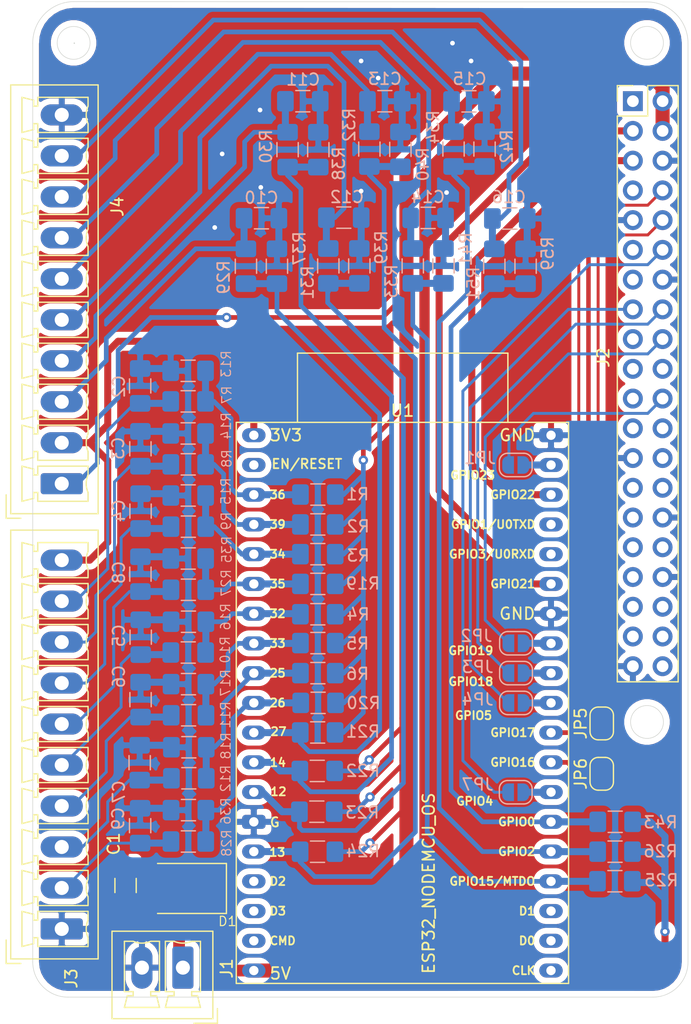
<source format=kicad_pcb>
(kicad_pcb (version 20171130) (host pcbnew 5.1.5+dfsg1-2build2)
  (layers (0 F.Cu signal) (31 B.Cu signal) (34 B.Paste user) (35 F.Paste user) (36 B.SilkS user) (37 F.SilkS user) (38 B.Mask user) (39 F.Mask user) (44 Edge.Cuts user))
  (net 0 "")
  (net 1 5v_1)
  (net 2 5v)
  (net 3 GND)
  (net 4 jA36)
  (net 5 jA39)
  (net 6 jA34)
  (net 7 jA32)
  (net 8 jA33)
  (net 9 jA25)
  (net 10 jA35)
  (net 11 jA26)
  (net 12 jD27)
  (net 13 jD14)
  (net 14 jD12)
  (net 15 jD13)
  (net 16 jD15)
  (net 17 jD02)
  (net 18 jD00)
  (net 19 "Net-(J2-Pad1)")
  (net 20 SDA)
  (net 21 SCL)
  (net 22 "Net-(J2-Pad7)")
  (net 23 "Net-(J2-Pad11)")
  (net 24 "Net-(J2-Pad13)")
  (net 25 "Net-(J2-Pad17)")
  (net 26 "Net-(J2-Pad19)")
  (net 27 "Net-(J2-Pad20)")
  (net 28 "Net-(J2-Pad21)")
  (net 29 "Net-(J2-Pad23)")
  (net 30 "Net-(J2-Pad24)")
  (net 31 "Net-(J2-Pad26)")
  (net 32 "Net-(J2-Pad27)")
  (net 33 "Net-(J2-Pad28)")
  (net 34 "Net-(J2-Pad29)")
  (net 35 "Net-(J2-Pad31)")
  (net 36 "Net-(J2-Pad32)")
  (net 37 "Net-(J2-Pad33)")
  (net 38 "Net-(J2-Pad35)")
  (net 39 "Net-(J2-Pad36)")
  (net 40 "Net-(J2-Pad37)")
  (net 41 "Net-(J2-Pad38)")
  (net 42 "Net-(J2-Pad40)")
  (net 43 3v3)
  (net 44 A36)
  (net 45 A39)
  (net 46 A34)
  (net 47 A32)
  (net 48 A33)
  (net 49 A25)
  (net 50 A35)
  (net 51 A26)
  (net 52 D27)
  (net 53 D14)
  (net 54 D12)
  (net 55 D13)
  (net 56 D15)
  (net 57 D02)
  (net 58 D00)
  (net 59 "Net-(U1-Pad2)")
  (net 60 "Net-(U1-Pad16)")
  (net 61 "Net-(U1-Pad17)")
  (net 62 "Net-(U1-Pad18)")
  (net 63 "Net-(U1-Pad20)")
  (net 64 "Net-(U1-Pad21)")
  (net 65 "Net-(U1-Pad22)")
  (net 66 TXD)
  (net 67 RXD)
  (net 68 o23)
  (net 69 o19)
  (net 70 o18)
  (net 71 o05)
  (net 72 o04)
  (net 73 "Net-(JP1-Pad1)")
  (net 74 "Net-(JP2-Pad1)")
  (net 75 "Net-(JP3-Pad1)")
  (net 76 "Net-(JP4-Pad1)")
  (net 77 "Net-(JP5-Pad1)")
  (net 78 "Net-(JP6-Pad1)")
  (net 79 "Net-(JP7-Pad1)")
  (net 80 "Net-(U1-Pad34)")
  (net 81 "Net-(U1-Pad35)")
  (module Connector_Phoenix_MC:PhoenixContact_MCV_1,5_10-G-3.5_1x10_P3.50mm_Vertical (layer F.Cu) (at 120.2115 88.3035 90)
    (fp_text reference J4 (at 23.6605 4.7565 90) (layer F.SilkS))
    (fp_text value e_i_01x10)
    (pad 1 thru_hole roundrect (at 0 0 90) (size 1.8 3.6) (drill 1.2) (layers *.Cu *.Mask) (roundrect_rratio 0.138889) (net 1 5v_1))
    (pad 2 thru_hole oval (at 3.5 0 90) (size 1.8 3.6) (drill 1.2) (layers *.Cu *.Mask) (net 43 3v3))
    (pad 3 thru_hole oval (at 7 0 90) (size 1.8 3.6) (drill 1.2) (layers *.Cu *.Mask) (net 12 jD27))
    (pad 4 thru_hole oval (at 10.5 0 90) (size 1.8 3.6) (drill 1.2) (layers *.Cu *.Mask) (net 13 jD14))
    (pad 5 thru_hole oval (at 14 0 90) (size 1.8 3.6) (drill 1.2) (layers *.Cu *.Mask) (net 14 jD12))
    (pad 6 thru_hole oval (at 17.5 0 90) (size 1.8 3.6) (drill 1.2) (layers *.Cu *.Mask) (net 15 jD13))
    (pad 7 thru_hole oval (at 21 0 90) (size 1.8 3.6) (drill 1.2) (layers *.Cu *.Mask) (net 16 jD15))
    (pad 8 thru_hole oval (at 24.5 0 90) (size 1.8 3.6) (drill 1.2) (layers *.Cu *.Mask) (net 17 jD02))
    (pad 9 thru_hole oval (at 28 0 90) (size 1.8 3.6) (drill 1.2) (layers *.Cu *.Mask) (net 18 jD00))
    (pad 10 thru_hole oval (at 31.5 0 90) (size 1.8 3.6) (drill 1.2) (layers *.Cu *.Mask) (net 3 GND))
  )
  (module Espressif:ESP32-DevKitC (layer F.Cu) (at 136.62406 84.16038)
    (fp_text reference U1 (at 12.70368 -2.09728) (layer F.SilkS))
    (fp_text value ESP32_NODEMCU_OS (at 14.95044 38.26762 90) (layer F.SilkS))
    (fp_text user 25 (at 1.27368 20.32272 unlocked) (layer F.SilkS) (effects (font (size 0.7 0.7)) (justify left)))
    (fp_text user GPIO15/MTDO (at 24.13368 38.10272 unlocked) (layer F.SilkS) (effects (font (size 0.7 0.7)) (justify right)))
    (fp_text user GPIO1/U0TXD (at 24.13368 7.62272 unlocked) (layer F.SilkS) (effects (font (size 0.7 0.7)) (justify right)))
    (fp_text user GPIO17 (at 24.13368 25.40272 unlocked) (layer F.SilkS) (effects (font (size 0.7 0.7)) (justify right)))
    (fp_text user GND (at 24.13368 15.24272 unlocked) (layer F.SilkS) (effects (justify right)))
    (fp_text user GPIO22 (at 24.13368 5.08272 unlocked) (layer F.SilkS) (effects (font (size 0.7 0.7)) (justify right)))
    (fp_text user CMD (at 1.27368 43.18272 unlocked) (layer F.SilkS) (effects (font (size 0.7 0.7)) (justify left)))
    (fp_text user GPIO18 (at 20.55114 21.04642 unlocked) (layer F.SilkS) (effects (font (size 0.7 0.7)) (justify right)))
    (fp_text user D3 (at 1.27368 40.64272 unlocked) (layer F.SilkS) (effects (font (size 0.7 0.7)) (justify left)))
    (fp_text user 34 (at 1.27368 10.16272 unlocked) (layer F.SilkS) (effects (font (size 0.7 0.7)) (justify left)))
    (fp_text user 14 (at 1.29794 27.95522 unlocked) (layer F.SilkS) (effects (font (size 0.7 0.7)) (justify left)))
    (fp_text user 35 (at 1.27368 12.70272 unlocked) (layer F.SilkS) (effects (font (size 0.7 0.7)) (justify left)))
    (fp_text user GPIO4 (at 20.55114 31.25722 unlocked) (layer F.SilkS) (effects (font (size 0.7 0.7)) (justify right)))
    (fp_text user EN/RESET (at 7.64794 2.45362 unlocked) (layer F.SilkS) (effects (font (size 0.8 0.8)) (justify right)))
    (fp_text user CLK (at 24.13368 45.72272 unlocked) (layer F.SilkS) (effects (font (size 0.7 0.7)) (justify right)))
    (fp_text user G (at 1.29794 33.06062 unlocked) (layer F.SilkS) (effects (font (size 0.8 0.8)) (justify left)))
    (fp_text user GPIO0 (at 24.13368 33.02272 unlocked) (layer F.SilkS) (effects (font (size 0.7 0.7)) (justify right)))
    (fp_text user 32 (at 1.27368 15.24272 unlocked) (layer F.SilkS) (effects (font (size 0.7 0.7)) (justify left)))
    (fp_text user GPIO16 (at 24.13368 27.94272 unlocked) (layer F.SilkS) (effects (font (size 0.7 0.7)) (justify right)))
    (fp_text user 3V3 (at 1.27368 0.00272 unlocked) (layer F.SilkS) (effects (justify left)))
    (fp_text user GPIO3/U0RXD (at 24.13368 10.16272 unlocked) (layer F.SilkS) (effects (font (size 0.7 0.7)) (justify right)))
    (fp_text user 26 (at 1.27368 22.86272 unlocked) (layer F.SilkS) (effects (font (size 0.7 0.7)) (justify left)))
    (fp_text user GPIO2 (at 24.13368 35.56272 unlocked) (layer F.SilkS) (effects (font (size 0.7 0.7)) (justify right)))
    (fp_text user 13 (at 1.24714 35.62602 unlocked) (layer F.SilkS) (effects (font (size 0.7 0.7)) (justify left)))
    (fp_text user 39 (at 1.27368 7.62272 unlocked) (layer F.SilkS) (effects (font (size 0.7 0.7)) (justify left)))
    (fp_text user GPIO19 (at 20.55114 18.40482 unlocked) (layer F.SilkS) (effects (font (size 0.7 0.7)) (justify right)))
    (fp_text user 33 (at 1.27368 17.78272 unlocked) (layer F.SilkS) (effects (font (size 0.7 0.7)) (justify left)))
    (fp_text user 27 (at 1.34874 25.31362 unlocked) (layer F.SilkS) (effects (font (size 0.7 0.7)) (justify left)))
    (fp_text user D2 (at 1.27368 38.10272 unlocked) (layer F.SilkS) (effects (font (size 0.7 0.7)) (justify left)))
    (fp_text user 36 (at 1.27368 5.08272 unlocked) (layer F.SilkS) (effects (font (size 0.7 0.7)) (justify left)))
    (fp_text user 12 (at 1.34874 30.44442 unlocked) (layer F.SilkS) (effects (font (size 0.7 0.7)) (justify left)))
    (fp_text user D1 (at 24.13368 40.64272 unlocked) (layer F.SilkS) (effects (font (size 0.7 0.7)) (justify right)))
    (fp_text user GPIO21 (at 24.13368 12.70272 unlocked) (layer F.SilkS) (effects (font (size 0.7 0.7)) (justify right)))
    (fp_text user 5V (at 1.27 45.974 unlocked) (layer F.SilkS) (effects (justify left)))
    (fp_text user D0 (at 24.13368 43.18272 unlocked) (layer F.SilkS) (effects (font (size 0.7 0.7)) (justify right)))
    (fp_text user GPIO5 (at 20.44954 23.94202 unlocked) (layer F.SilkS) (effects (font (size 0.7 0.7)) (justify right)))
    (fp_text user GPIO23 (at 20.70354 3.41882 unlocked) (layer F.SilkS) (effects (font (size 0.7 0.7)) (justify right)))
    (fp_text user GND (at 24.13368 0.00272 unlocked) (layer F.SilkS) (effects (justify right)))
    (pad 1 thru_hole oval (at 0.00368 0.00272 270) (size 1.2 2) (drill 0.8) (layers *.Cu *.Mask) (net 43 3v3))
    (pad 2 thru_hole oval (at 0.00368 2.54272 270) (size 1.2 2) (drill 0.8) (layers *.Cu *.Mask) (net 59 "Net-(U1-Pad2)"))
    (pad 3 thru_hole oval (at 0.00368 5.08272 270) (size 1.2 2) (drill 0.8) (layers *.Cu *.Mask) (net 44 A36))
    (pad 4 thru_hole oval (at 0.00368 7.62272 270) (size 1.2 2) (drill 0.8) (layers *.Cu *.Mask) (net 45 A39))
    (pad 5 thru_hole oval (at 0.00368 10.16272 270) (size 1.2 2) (drill 0.8) (layers *.Cu *.Mask) (net 46 A34))
    (pad 6 thru_hole oval (at 0.00368 12.70272 270) (size 1.2 2) (drill 0.8) (layers *.Cu *.Mask) (net 50 A35))
    (pad 7 thru_hole oval (at 0.00368 15.24272 270) (size 1.2 2) (drill 0.8) (layers *.Cu *.Mask) (net 47 A32))
    (pad 8 thru_hole oval (at 0.00368 17.78272 270) (size 1.2 2) (drill 0.8) (layers *.Cu *.Mask) (net 48 A33))
    (pad 9 thru_hole oval (at 0.00368 20.32272 270) (size 1.2 2) (drill 0.8) (layers *.Cu *.Mask) (net 49 A25))
    (pad 10 thru_hole oval (at 0.00368 22.86272 270) (size 1.2 2) (drill 0.8) (layers *.Cu *.Mask) (net 51 A26))
    (pad 11 thru_hole oval (at 0.00368 25.40272 270) (size 1.2 2) (drill 0.8) (layers *.Cu *.Mask) (net 52 D27))
    (pad 12 thru_hole oval (at 0.00368 27.94272 270) (size 1.2 2) (drill 0.8) (layers *.Cu *.Mask) (net 53 D14))
    (pad 13 thru_hole oval (at 0.00368 30.48272 270) (size 1.2 2) (drill 0.8) (layers *.Cu *.Mask) (net 54 D12))
    (pad 14 thru_hole roundrect (at 0.00368 33.02272 270) (size 1.2 2) (drill 0.8) (layers *.Cu *.Mask) (net 3 GND))
    (pad 15 thru_hole oval (at 0.00368 35.56272 270) (size 1.2 2) (drill 0.8) (layers *.Cu *.Mask) (net 55 D13))
    (pad 16 thru_hole oval (at 0.00368 38.10272 270) (size 1.2 2) (drill 0.8) (layers *.Cu *.Mask) (net 60 "Net-(U1-Pad16)"))
    (pad 17 thru_hole oval (at 0.00368 40.64272 270) (size 1.2 2) (drill 0.8) (layers *.Cu *.Mask) (net 61 "Net-(U1-Pad17)"))
    (pad 18 thru_hole oval (at 0.00368 43.18272 270) (size 1.2 2) (drill 0.8) (layers *.Cu *.Mask) (net 62 "Net-(U1-Pad18)"))
    (pad 19 thru_hole oval (at 0.00368 45.72272 270) (size 1.2 2) (drill 0.8) (layers *.Cu *.Mask) (net 1 5v_1))
    (pad 20 thru_hole oval (at 25.4 45.72 270) (size 1.2 2) (drill 0.8) (layers *.Cu *.Mask) (net 63 "Net-(U1-Pad20)"))
    (pad 21 thru_hole oval (at 25.4 43.18 270) (size 1.2 2) (drill 0.8) (layers *.Cu *.Mask) (net 64 "Net-(U1-Pad21)"))
    (pad 22 thru_hole oval (at 25.40368 40.64272 270) (size 1.2 2) (drill 0.8) (layers *.Cu *.Mask) (net 65 "Net-(U1-Pad22)"))
    (pad 23 thru_hole oval (at 25.40368 38.10272 270) (size 1.2 2) (drill 0.8) (layers *.Cu *.Mask) (net 56 D15))
    (pad 24 thru_hole oval (at 25.40368 35.56272 270) (size 1.2 2) (drill 0.8) (layers *.Cu *.Mask) (net 57 D02))
    (pad 25 thru_hole oval (at 25.40368 33.02272 270) (size 1.2 2) (drill 0.8) (layers *.Cu *.Mask) (net 58 D00))
    (pad 26 thru_hole oval (at 25.40368 30.48272 270) (size 1.2 2) (drill 0.8) (layers *.Cu *.Mask) (net 79 "Net-(JP7-Pad1)"))
    (pad 27 thru_hole oval (at 25.40368 27.94272 270) (size 1.2 2) (drill 0.8) (layers *.Cu *.Mask) (net 78 "Net-(JP6-Pad1)"))
    (pad 28 thru_hole oval (at 25.40368 25.40272 270) (size 1.2 2) (drill 0.8) (layers *.Cu *.Mask) (net 77 "Net-(JP5-Pad1)"))
    (pad 29 thru_hole oval (at 25.40368 22.86272 270) (size 1.2 2) (drill 0.8) (layers *.Cu *.Mask) (net 76 "Net-(JP4-Pad1)"))
    (pad 30 thru_hole oval (at 25.40368 20.32272 270) (size 1.2 2) (drill 0.8) (layers *.Cu *.Mask) (net 75 "Net-(JP3-Pad1)"))
    (pad 31 thru_hole oval (at 25.40368 17.78272 270) (size 1.2 2) (drill 0.8) (layers *.Cu *.Mask) (net 74 "Net-(JP2-Pad1)"))
    (pad 32 thru_hole oval (at 25.40368 15.24272 270) (size 1.2 2) (drill 0.8) (layers *.Cu *.Mask) (net 3 GND))
    (pad 33 thru_hole oval (at 25.40368 12.70272 270) (size 1.2 2) (drill 0.8) (layers *.Cu *.Mask) (net 20 SDA))
    (pad 34 thru_hole oval (at 25.40368 10.16272 270) (size 1.2 2) (drill 0.8) (layers *.Cu *.Mask) (net 80 "Net-(U1-Pad34)"))
    (pad 35 thru_hole oval (at 25.40368 7.62272 270) (size 1.2 2) (drill 0.8) (layers *.Cu *.Mask) (net 81 "Net-(U1-Pad35)"))
    (pad 36 thru_hole oval (at 25.40368 5.08272 270) (size 1.2 2) (drill 0.8) (layers *.Cu *.Mask) (net 21 SCL))
    (pad 37 thru_hole oval (at 25.40368 2.54272 270) (size 1.2 2) (drill 0.8) (layers *.Cu *.Mask) (net 73 "Net-(JP1-Pad1)"))
    (pad 38 thru_hole roundrect (at 25.40368 0.00272 270) (size 1.2 2) (drill 0.8) (layers *.Cu *.Mask) (net 3 GND))
  )
  (module Connector_PinHeader_2.54mm:PinHeader_2x20_P2.54mm_Vertical (layer F.Cu) (at 169.02176 55.63108)
    (fp_text reference J2 (at -2.52476 21.90242 90) (layer F.SilkS))
    (fp_text value Conn_02x20_Odd_Even)
    (pad 1 thru_hole rect (at 0 0) (size 1.7 1.7) (drill 1) (layers *.Cu *.Mask) (net 19 "Net-(J2-Pad1)"))
    (pad 2 thru_hole oval (at 2.54 0) (size 1.7 1.7) (drill 1) (layers *.Cu *.Mask) (net 1 5v_1))
    (pad 3 thru_hole oval (at 0 2.54) (size 1.7 1.7) (drill 1) (layers *.Cu *.Mask) (net 20 SDA))
    (pad 4 thru_hole oval (at 2.54 2.54) (size 1.7 1.7) (drill 1) (layers *.Cu *.Mask) (net 1 5v_1))
    (pad 5 thru_hole oval (at 0 5.08) (size 1.7 1.7) (drill 1) (layers *.Cu *.Mask) (net 21 SCL))
    (pad 6 thru_hole oval (at 2.54 5.08) (size 1.7 1.7) (drill 1) (layers *.Cu *.Mask) (net 3 GND))
    (pad 7 thru_hole oval (at 0 7.62) (size 1.7 1.7) (drill 1) (layers *.Cu *.Mask) (net 22 "Net-(J2-Pad7)"))
    (pad 8 thru_hole oval (at 2.54 7.62) (size 1.7 1.7) (drill 1) (layers *.Cu *.Mask) (net 66 TXD))
    (pad 9 thru_hole oval (at 0 10.16) (size 1.7 1.7) (drill 1) (layers *.Cu *.Mask) (net 3 GND))
    (pad 10 thru_hole oval (at 2.54 10.16) (size 1.7 1.7) (drill 1) (layers *.Cu *.Mask) (net 67 RXD))
    (pad 11 thru_hole oval (at 0 12.7) (size 1.7 1.7) (drill 1) (layers *.Cu *.Mask) (net 23 "Net-(J2-Pad11)"))
    (pad 12 thru_hole oval (at 2.54 12.7) (size 1.7 1.7) (drill 1) (layers *.Cu *.Mask) (net 72 o04))
    (pad 13 thru_hole oval (at 0 15.24) (size 1.7 1.7) (drill 1) (layers *.Cu *.Mask) (net 24 "Net-(J2-Pad13)"))
    (pad 14 thru_hole oval (at 2.54 15.24) (size 1.7 1.7) (drill 1) (layers *.Cu *.Mask) (net 3 GND))
    (pad 15 thru_hole oval (at 0 17.78) (size 1.7 1.7) (drill 1) (layers *.Cu *.Mask) (net 71 o05))
    (pad 16 thru_hole oval (at 2.54 17.78) (size 1.7 1.7) (drill 1) (layers *.Cu *.Mask) (net 70 o18))
    (pad 17 thru_hole oval (at 0 20.32) (size 1.7 1.7) (drill 1) (layers *.Cu *.Mask) (net 25 "Net-(J2-Pad17)"))
    (pad 18 thru_hole oval (at 2.54 20.32) (size 1.7 1.7) (drill 1) (layers *.Cu *.Mask) (net 69 o19))
    (pad 19 thru_hole oval (at 0 22.86) (size 1.7 1.7) (drill 1) (layers *.Cu *.Mask) (net 26 "Net-(J2-Pad19)"))
    (pad 20 thru_hole oval (at 2.54 22.86) (size 1.7 1.7) (drill 1) (layers *.Cu *.Mask) (net 27 "Net-(J2-Pad20)"))
    (pad 21 thru_hole oval (at 0 25.4) (size 1.7 1.7) (drill 1) (layers *.Cu *.Mask) (net 28 "Net-(J2-Pad21)"))
    (pad 22 thru_hole oval (at 2.54 25.4) (size 1.7 1.7) (drill 1) (layers *.Cu *.Mask) (net 68 o23))
    (pad 23 thru_hole oval (at 0 27.94) (size 1.7 1.7) (drill 1) (layers *.Cu *.Mask) (net 29 "Net-(J2-Pad23)"))
    (pad 24 thru_hole oval (at 2.54 27.94) (size 1.7 1.7) (drill 1) (layers *.Cu *.Mask) (net 30 "Net-(J2-Pad24)"))
    (pad 25 thru_hole oval (at 0 30.48) (size 1.7 1.7) (drill 1) (layers *.Cu *.Mask) (net 3 GND))
    (pad 26 thru_hole oval (at 2.54 30.48) (size 1.7 1.7) (drill 1) (layers *.Cu *.Mask) (net 31 "Net-(J2-Pad26)"))
    (pad 27 thru_hole oval (at 0 33.02) (size 1.7 1.7) (drill 1) (layers *.Cu *.Mask) (net 32 "Net-(J2-Pad27)"))
    (pad 28 thru_hole oval (at 2.54 33.02) (size 1.7 1.7) (drill 1) (layers *.Cu *.Mask) (net 33 "Net-(J2-Pad28)"))
    (pad 29 thru_hole oval (at 0 35.56) (size 1.7 1.7) (drill 1) (layers *.Cu *.Mask) (net 34 "Net-(J2-Pad29)"))
    (pad 30 thru_hole oval (at 2.54 35.56) (size 1.7 1.7) (drill 1) (layers *.Cu *.Mask) (net 3 GND))
    (pad 31 thru_hole oval (at 0 38.1) (size 1.7 1.7) (drill 1) (layers *.Cu *.Mask) (net 35 "Net-(J2-Pad31)"))
    (pad 32 thru_hole oval (at 2.54 38.1) (size 1.7 1.7) (drill 1) (layers *.Cu *.Mask) (net 36 "Net-(J2-Pad32)"))
    (pad 33 thru_hole oval (at 0 40.64) (size 1.7 1.7) (drill 1) (layers *.Cu *.Mask) (net 37 "Net-(J2-Pad33)"))
    (pad 34 thru_hole oval (at 2.54 40.64) (size 1.7 1.7) (drill 1) (layers *.Cu *.Mask) (net 3 GND))
    (pad 35 thru_hole oval (at 0 43.18) (size 1.7 1.7) (drill 1) (layers *.Cu *.Mask) (net 38 "Net-(J2-Pad35)"))
    (pad 36 thru_hole oval (at 2.54 43.18) (size 1.7 1.7) (drill 1) (layers *.Cu *.Mask) (net 39 "Net-(J2-Pad36)"))
    (pad 37 thru_hole oval (at 0 45.72) (size 1.7 1.7) (drill 1) (layers *.Cu *.Mask) (net 40 "Net-(J2-Pad37)"))
    (pad 38 thru_hole oval (at 2.54 45.72) (size 1.7 1.7) (drill 1) (layers *.Cu *.Mask) (net 41 "Net-(J2-Pad38)"))
    (pad 39 thru_hole oval (at 0 48.26) (size 1.7 1.7) (drill 1) (layers *.Cu *.Mask) (net 3 GND))
    (pad 40 thru_hole oval (at 2.54 48.26) (size 1.7 1.7) (drill 1) (layers *.Cu *.Mask) (net 42 "Net-(J2-Pad40)"))
  )
  (module Connector_Phoenix_MC:PhoenixContact_MCV_1,5_10-G-3.5_1x10_P3.50mm_Vertical (layer F.Cu) (at 120.2115 126.3285 90)
    (fp_text reference J3 (at -4.2275 0.8195 90) (layer F.SilkS))
    (fp_text value a_i_01x10)
    (pad 10 thru_hole oval (at 31.5 0 90) (size 1.8 3.6) (drill 1.2) (layers *.Cu *.Mask) (net 43 3v3))
    (pad 9 thru_hole oval (at 28 0 90) (size 1.8 3.6) (drill 1.2) (layers *.Cu *.Mask) (net 4 jA36))
    (pad 8 thru_hole oval (at 24.5 0 90) (size 1.8 3.6) (drill 1.2) (layers *.Cu *.Mask) (net 5 jA39))
    (pad 7 thru_hole oval (at 21 0 90) (size 1.8 3.6) (drill 1.2) (layers *.Cu *.Mask) (net 6 jA34))
    (pad 6 thru_hole oval (at 17.5 0 90) (size 1.8 3.6) (drill 1.2) (layers *.Cu *.Mask) (net 10 jA35))
    (pad 5 thru_hole oval (at 14 0 90) (size 1.8 3.6) (drill 1.2) (layers *.Cu *.Mask) (net 7 jA32))
    (pad 4 thru_hole oval (at 10.5 0 90) (size 1.8 3.6) (drill 1.2) (layers *.Cu *.Mask) (net 8 jA33))
    (pad 3 thru_hole oval (at 7 0 90) (size 1.8 3.6) (drill 1.2) (layers *.Cu *.Mask) (net 9 jA25))
    (pad 2 thru_hole oval (at 3.5 0 90) (size 1.8 3.6) (drill 1.2) (layers *.Cu *.Mask) (net 11 jA26))
    (pad 1 thru_hole roundrect (at 0 0 90) (size 1.8 3.6) (drill 1.2) (layers *.Cu *.Mask) (roundrect_rratio 0.138889) (net 3 GND))
  )
  (module Connector_Phoenix_MC:PhoenixContact_MCV_1,5_2-G-3.5_1x02_P3.50mm_Vertical (layer F.Cu) (at 130.56616 129.63398 180)
    (fp_text reference J1 (at -3.74 -0.065 270) (layer F.SilkS))
    (fp_text value Conn_01x02 hide)
    (pad 1 thru_hole roundrect (at 0 0 180) (size 1.8 3.6) (drill 1.2) (layers *.Cu *.Mask) (roundrect_rratio 0.138889) (net 2 5v))
    (pad 2 thru_hole oval (at 3.5 0 180) (size 1.8 3.6) (drill 1.2) (layers *.Cu *.Mask) (net 3 GND))
  )
  (module Capacitor_SMD:C_1206_3216Metric_Pad1.42x1.75mm_HandSolder (layer B.Cu) (at 126.9115 79.953 90)
    (fp_text reference C2 (at -0.057 -1.8165 270) (layer B.SilkS) (effects (justify mirror)))
    (fp_text value 10nF)
    (pad 1 smd roundrect (at -1.4875 0 90) (size 1.425 1.75) (layers B.Cu B.Paste B.Mask) (roundrect_rratio 0.175439) (net 4 jA36))
    (pad 2 smd roundrect (at 1.4875 0 90) (size 1.425 1.75) (layers B.Cu B.Paste B.Mask) (roundrect_rratio 0.175439) (net 3 GND))
  )
  (module Capacitor_SMD:C_1206_3216Metric_Pad1.42x1.75mm_HandSolder (layer B.Cu) (at 126.93436 85.32008 90)
    (fp_text reference C3 (at 0.03958 -1.90286 270) (layer B.SilkS) (effects (justify mirror)))
    (fp_text value 10nF)
    (pad 2 smd roundrect (at 1.4875 0 90) (size 1.425 1.75) (layers B.Cu B.Paste B.Mask) (roundrect_rratio 0.175439) (net 3 GND))
    (pad 1 smd roundrect (at -1.4875 0 90) (size 1.425 1.75) (layers B.Cu B.Paste B.Mask) (roundrect_rratio 0.175439) (net 5 jA39))
  )
  (module Capacitor_SMD:C_1206_3216Metric_Pad1.42x1.75mm_HandSolder (layer B.Cu) (at 126.94706 90.64138 90)
    (fp_text reference C4 (at 0.02688 -1.85206 270) (layer B.SilkS) (effects (justify mirror)))
    (fp_text value 10nF)
    (pad 1 smd roundrect (at -1.4875 0 90) (size 1.425 1.75) (layers B.Cu B.Paste B.Mask) (roundrect_rratio 0.175439) (net 6 jA34))
    (pad 2 smd roundrect (at 1.4875 0 90) (size 1.425 1.75) (layers B.Cu B.Paste B.Mask) (roundrect_rratio 0.175439) (net 3 GND))
  )
  (module Capacitor_SMD:C_1206_3216Metric_Pad1.42x1.75mm_HandSolder (layer B.Cu) (at 126.95976 101.41098 90)
    (fp_text reference C5 (at 0.12848 -1.86476 270) (layer B.SilkS) (effects (justify mirror)))
    (fp_text value 10nF)
    (pad 1 smd roundrect (at -1.4875 0 90) (size 1.425 1.75) (layers B.Cu B.Paste B.Mask) (roundrect_rratio 0.175439) (net 7 jA32))
    (pad 2 smd roundrect (at 1.4875 0 90) (size 1.425 1.75) (layers B.Cu B.Paste B.Mask) (roundrect_rratio 0.175439) (net 3 GND))
  )
  (module Capacitor_SMD:C_1206_3216Metric_Pad1.42x1.75mm_HandSolder (layer B.Cu) (at 126.94706 106.74498 90)
    (fp_text reference C6 (at 1.96998 -1.85206 270) (layer B.SilkS) (effects (justify mirror)))
    (fp_text value 10nF)
    (pad 2 smd roundrect (at 1.4875 0 90) (size 1.425 1.75) (layers B.Cu B.Paste B.Mask) (roundrect_rratio 0.175439) (net 3 GND))
    (pad 1 smd roundrect (at -1.4875 0 90) (size 1.425 1.75) (layers B.Cu B.Paste B.Mask) (roundrect_rratio 0.175439) (net 8 jA33))
  )
  (module Capacitor_SMD:C_1206_3216Metric_Pad1.42x1.75mm_HandSolder (layer B.Cu) (at 126.87206 112.12938 90)
    (fp_text reference C7 (at -2.48812 -1.77706 270) (layer B.SilkS) (effects (justify mirror)))
    (fp_text value 10nF)
    (pad 1 smd roundrect (at -1.4875 0 90) (size 1.425 1.75) (layers B.Cu B.Paste B.Mask) (roundrect_rratio 0.175439) (net 9 jA25))
    (pad 2 smd roundrect (at 1.4875 0 90) (size 1.425 1.75) (layers B.Cu B.Paste B.Mask) (roundrect_rratio 0.175439) (net 3 GND))
  )
  (module Capacitor_SMD:C_1206_3216Metric_Pad1.42x1.75mm_HandSolder (layer B.Cu) (at 126.93436 96.02618 90)
    (fp_text reference C8 (at 0.14118 -1.83936 270) (layer B.SilkS) (effects (justify mirror)))
    (fp_text value 10nF)
    (pad 1 smd roundrect (at -1.4875 0 90) (size 1.425 1.75) (layers B.Cu B.Paste B.Mask) (roundrect_rratio 0.175439) (net 10 jA35))
    (pad 2 smd roundrect (at 1.4875 0 90) (size 1.425 1.75) (layers B.Cu B.Paste B.Mask) (roundrect_rratio 0.175439) (net 3 GND))
  )
  (module Capacitor_SMD:C_1206_3216Metric_Pad1.42x1.75mm_HandSolder (layer B.Cu) (at 126.91016 117.51098 90)
    (fp_text reference C9 (at 0.60748 -1.87866 270) (layer B.SilkS) (effects (justify mirror)))
    (fp_text value 10nF)
    (pad 2 smd roundrect (at 1.4875 0 90) (size 1.425 1.75) (layers B.Cu B.Paste B.Mask) (roundrect_rratio 0.175439) (net 3 GND))
    (pad 1 smd roundrect (at -1.4875 0 90) (size 1.425 1.75) (layers B.Cu B.Paste B.Mask) (roundrect_rratio 0.175439) (net 11 jA26))
  )
  (module Capacitor_SMD:C_1206_3216Metric_Pad1.42x1.75mm_HandSolder (layer B.Cu) (at 137.2795 65.6275)
    (fp_text reference C10 (at 0 -1.7465) (layer B.SilkS) (effects (justify mirror)))
    (fp_text value 10nF)
    (pad 1 smd roundrect (at -1.4875 0) (size 1.425 1.75) (layers B.Cu B.Paste B.Mask) (roundrect_rratio 0.175439) (net 12 jD27))
    (pad 2 smd roundrect (at 1.4875 0) (size 1.425 1.75) (layers B.Cu B.Paste B.Mask) (roundrect_rratio 0.175439) (net 3 GND))
  )
  (module Capacitor_SMD:C_1206_3216Metric_Pad1.42x1.75mm_HandSolder (layer B.Cu) (at 140.8135 55.6345)
    (fp_text reference C11 (at 0.0295 -1.85) (layer B.SilkS) (effects (justify mirror)))
    (fp_text value 10nF)
    (pad 1 smd roundrect (at -1.4875 0) (size 1.425 1.75) (layers B.Cu B.Paste B.Mask) (roundrect_rratio 0.175439) (net 13 jD14))
    (pad 2 smd roundrect (at 1.4875 0) (size 1.425 1.75) (layers B.Cu B.Paste B.Mask) (roundrect_rratio 0.175439) (net 3 GND))
  )
  (module Capacitor_SMD:C_1206_3216Metric_Pad1.42x1.75mm_HandSolder (layer B.Cu) (at 144.31542 65.57616)
    (fp_text reference C12 (at 0.27408 -1.75866) (layer B.SilkS) (effects (justify mirror)))
    (fp_text value 10nF)
    (pad 2 smd roundrect (at 1.4875 0) (size 1.425 1.75) (layers B.Cu B.Paste B.Mask) (roundrect_rratio 0.175439) (net 3 GND))
    (pad 1 smd roundrect (at -1.4875 0) (size 1.425 1.75) (layers B.Cu B.Paste B.Mask) (roundrect_rratio 0.175439) (net 14 jD12))
  )
  (module Capacitor_SMD:C_1206_3216Metric_Pad1.42x1.75mm_HandSolder (layer B.Cu) (at 147.82512 55.6345)
    (fp_text reference C13 (at 0 -1.9135) (layer B.SilkS) (effects (justify mirror)))
    (fp_text value 10nF)
    (pad 1 smd roundrect (at -1.4875 0) (size 1.425 1.75) (layers B.Cu B.Paste B.Mask) (roundrect_rratio 0.175439) (net 15 jD13))
    (pad 2 smd roundrect (at 1.4875 0) (size 1.425 1.75) (layers B.Cu B.Paste B.Mask) (roundrect_rratio 0.175439) (net 3 GND))
  )
  (module Capacitor_SMD:C_1206_3216Metric_Pad1.42x1.75mm_HandSolder (layer B.Cu) (at 151.524 65.6025)
    (fp_text reference C14 (at -0.013 -1.785) (layer B.SilkS) (effects (justify mirror)))
    (fp_text value 10nF)
    (pad 1 smd roundrect (at -1.4875 0) (size 1.425 1.75) (layers B.Cu B.Paste B.Mask) (roundrect_rratio 0.175439) (net 16 jD15))
    (pad 2 smd roundrect (at 1.4875 0) (size 1.425 1.75) (layers B.Cu B.Paste B.Mask) (roundrect_rratio 0.175439) (net 3 GND))
  )
  (module Capacitor_SMD:C_1206_3216Metric_Pad1.42x1.75mm_HandSolder (layer B.Cu) (at 155.01232 55.64586)
    (fp_text reference C15 (at 0.05468 -1.92486) (layer B.SilkS) (effects (justify mirror)))
    (fp_text value 10nF)
    (pad 2 smd roundrect (at 1.4875 0) (size 1.425 1.75) (layers B.Cu B.Paste B.Mask) (roundrect_rratio 0.175439) (net 3 GND))
    (pad 1 smd roundrect (at -1.4875 0) (size 1.425 1.75) (layers B.Cu B.Paste B.Mask) (roundrect_rratio 0.175439) (net 17 jD02))
  )
  (module Capacitor_SMD:C_1206_3216Metric_Pad1.42x1.75mm_HandSolder (layer B.Cu) (at 158.5045 65.6525)
    (fp_text reference C16 (at -0.072 -1.835) (layer B.SilkS) (effects (justify mirror)))
    (fp_text value 10nF)
    (pad 1 smd roundrect (at -1.4875 0) (size 1.425 1.75) (layers B.Cu B.Paste B.Mask) (roundrect_rratio 0.175439) (net 18 jD00))
    (pad 2 smd roundrect (at 1.4875 0) (size 1.425 1.75) (layers B.Cu B.Paste B.Mask) (roundrect_rratio 0.175439) (net 3 GND))
  )
  (module Resistor_SMD:R_1206_3216Metric_Pad1.42x1.75mm_HandSolder (layer B.Cu) (at 142.099 89.2285)
    (fp_text reference R1 (at 3.3922 -0.0237) (layer B.SilkS) (effects (justify mirror)))
    (fp_text value 4k7)
    (pad 2 smd roundrect (at 1.4875 0) (size 1.425 1.75) (layers B.Cu B.Paste B.Mask) (roundrect_rratio 0.175439) (net 1 5v_1))
    (pad 1 smd roundrect (at -1.4875 0) (size 1.425 1.75) (layers B.Cu B.Paste B.Mask) (roundrect_rratio 0.175439) (net 44 A36))
  )
  (module Resistor_SMD:R_1206_3216Metric_Pad1.42x1.75mm_HandSolder (layer B.Cu) (at 142.09616 91.78038)
    (fp_text reference R2 (at 3.44584 0.16762) (layer B.SilkS) (effects (justify mirror)))
    (fp_text value 4k7)
    (pad 2 smd roundrect (at 1.4875 0) (size 1.425 1.75) (layers B.Cu B.Paste B.Mask) (roundrect_rratio 0.175439) (net 1 5v_1))
    (pad 1 smd roundrect (at -1.4875 0) (size 1.425 1.75) (layers B.Cu B.Paste B.Mask) (roundrect_rratio 0.175439) (net 45 A39))
  )
  (module Resistor_SMD:R_1206_3216Metric_Pad1.42x1.75mm_HandSolder (layer B.Cu) (at 142.09616 94.32038)
    (fp_text reference R3 (at 3.44584 0.11682) (layer B.SilkS) (effects (justify mirror)))
    (fp_text value 4k7)
    (pad 1 smd roundrect (at -1.4875 0) (size 1.425 1.75) (layers B.Cu B.Paste B.Mask) (roundrect_rratio 0.175439) (net 46 A34))
    (pad 2 smd roundrect (at 1.4875 0) (size 1.425 1.75) (layers B.Cu B.Paste B.Mask) (roundrect_rratio 0.175439) (net 1 5v_1))
  )
  (module Resistor_SMD:R_1206_3216Metric_Pad1.42x1.75mm_HandSolder (layer B.Cu) (at 142.09616 99.45118)
    (fp_text reference R4 (at 3.44584 0.01522) (layer B.SilkS) (effects (justify mirror)))
    (fp_text value 4k7)
    (pad 2 smd roundrect (at 1.4875 0) (size 1.425 1.75) (layers B.Cu B.Paste B.Mask) (roundrect_rratio 0.175439) (net 1 5v_1))
    (pad 1 smd roundrect (at -1.4875 0) (size 1.425 1.75) (layers B.Cu B.Paste B.Mask) (roundrect_rratio 0.175439) (net 47 A32))
  )
  (module Resistor_SMD:R_1206_3216Metric_Pad1.42x1.75mm_HandSolder (layer B.Cu) (at 142.09936 101.91498)
    (fp_text reference R5 (at 3.39184 0.04062) (layer B.SilkS) (effects (justify mirror)))
    (fp_text value 4k7)
    (pad 2 smd roundrect (at 1.4875 0) (size 1.425 1.75) (layers B.Cu B.Paste B.Mask) (roundrect_rratio 0.175439) (net 1 5v_1))
    (pad 1 smd roundrect (at -1.4875 0) (size 1.425 1.75) (layers B.Cu B.Paste B.Mask) (roundrect_rratio 0.175439) (net 48 A33))
  )
  (module Resistor_SMD:R_1206_3216Metric_Pad1.42x1.75mm_HandSolder (layer B.Cu) (at 142.09936 104.48038)
    (fp_text reference R6 (at 3.39184 0.06602) (layer B.SilkS) (effects (justify mirror)))
    (fp_text value 4k7)
    (pad 2 smd roundrect (at 1.4875 0) (size 1.425 1.75) (layers B.Cu B.Paste B.Mask) (roundrect_rratio 0.175439) (net 1 5v_1))
    (pad 1 smd roundrect (at -1.4875 0) (size 1.425 1.75) (layers B.Cu B.Paste B.Mask) (roundrect_rratio 0.175439) (net 49 A25))
  )
  (module Resistor_SMD:R_1206_3216Metric_Pad1.42x1.75mm_HandSolder (layer B.Cu) (at 131.0115 81.2705 180)
    (fp_text reference R7 (at -3.3037 0.5493 90) (layer B.SilkS) (effects (font (size 0.8 0.8) (thickness 0.1)) (justify mirror)))
    (fp_text value 10k)
    (pad 1 smd roundrect (at -1.4875 0 180) (size 1.425 1.75) (layers B.Cu B.Paste B.Mask) (roundrect_rratio 0.175439) (net 44 A36))
    (pad 2 smd roundrect (at 1.4875 0 180) (size 1.425 1.75) (layers B.Cu B.Paste B.Mask) (roundrect_rratio 0.175439) (net 4 jA36))
  )
  (module Resistor_SMD:R_1206_3216Metric_Pad1.42x1.75mm_HandSolder (layer B.Cu) (at 131.0215 86.6505 180)
    (fp_text reference R8 (at -3.2937 0.4937 90) (layer B.SilkS) (effects (font (size 0.8 0.8) (thickness 0.1)) (justify mirror)))
    (fp_text value 10k)
    (pad 1 smd roundrect (at -1.4875 0 180) (size 1.425 1.75) (layers B.Cu B.Paste B.Mask) (roundrect_rratio 0.175439) (net 45 A39))
    (pad 2 smd roundrect (at 1.4875 0 180) (size 1.425 1.75) (layers B.Cu B.Paste B.Mask) (roundrect_rratio 0.175439) (net 5 jA39))
  )
  (module Resistor_SMD:R_1206_3216Metric_Pad1.42x1.75mm_HandSolder (layer B.Cu) (at 131.0315 91.9705 180)
    (fp_text reference R9 (at -3.2329 0.4797 90) (layer B.SilkS) (effects (font (size 0.8 0.8) (thickness 0.1)) (justify mirror)))
    (fp_text value 10k)
    (pad 1 smd roundrect (at -1.4875 0 180) (size 1.425 1.75) (layers B.Cu B.Paste B.Mask) (roundrect_rratio 0.175439) (net 46 A34))
    (pad 2 smd roundrect (at 1.4875 0 180) (size 1.425 1.75) (layers B.Cu B.Paste B.Mask) (roundrect_rratio 0.175439) (net 6 jA34))
  )
  (module Resistor_SMD:R_1206_3216Metric_Pad1.42x1.75mm_HandSolder (layer B.Cu) (at 131.0215 102.7205 180)
    (fp_text reference R10 (at -3.154 0.2315 90) (layer B.SilkS) (effects (font (size 0.8 0.8) (thickness 0.1)) (justify mirror)))
    (fp_text value 10k)
    (pad 1 smd roundrect (at -1.4875 0 180) (size 1.425 1.75) (layers B.Cu B.Paste B.Mask) (roundrect_rratio 0.175439) (net 47 A32))
    (pad 2 smd roundrect (at 1.4875 0 180) (size 1.425 1.75) (layers B.Cu B.Paste B.Mask) (roundrect_rratio 0.175439) (net 7 jA32))
  )
  (module Resistor_SMD:R_1206_3216Metric_Pad1.42x1.75mm_HandSolder (layer B.Cu) (at 131.0515 108.0805 180)
    (fp_text reference R11 (at -3.1621 0.0289 90) (layer B.SilkS) (effects (font (size 0.8 0.8) (thickness 0.1)) (justify mirror)))
    (fp_text value 10k)
    (pad 1 smd roundrect (at -1.4875 0 180) (size 1.425 1.75) (layers B.Cu B.Paste B.Mask) (roundrect_rratio 0.175439) (net 48 A33))
    (pad 2 smd roundrect (at 1.4875 0 180) (size 1.425 1.75) (layers B.Cu B.Paste B.Mask) (roundrect_rratio 0.175439) (net 8 jA33))
  )
  (module Resistor_SMD:R_1206_3216Metric_Pad1.42x1.75mm_HandSolder (layer B.Cu) (at 131.0715 113.4605 180)
    (fp_text reference R12 (at -3.1421 -0.0267 90) (layer B.SilkS) (effects (font (size 0.8 0.8) (thickness 0.1)) (justify mirror)))
    (fp_text value 10k)
    (pad 1 smd roundrect (at -1.4875 0 180) (size 1.425 1.75) (layers B.Cu B.Paste B.Mask) (roundrect_rratio 0.175439) (net 49 A25))
    (pad 2 smd roundrect (at 1.4875 0 180) (size 1.425 1.75) (layers B.Cu B.Paste B.Mask) (roundrect_rratio 0.175439) (net 9 jA25))
  )
  (module Resistor_SMD:R_1206_3216Metric_Pad1.42x1.75mm_HandSolder (layer B.Cu) (at 131.0115 78.6605)
    (fp_text reference R13 (at 3.2529 -0.5809 90) (layer B.SilkS) (effects (font (size 0.8 0.8) (thickness 0.1)) (justify mirror)))
    (fp_text value 10k hide)
    (pad 2 smd roundrect (at 1.4875 0) (size 1.425 1.75) (layers B.Cu B.Paste B.Mask) (roundrect_rratio 0.175439) (net 44 A36))
    (pad 1 smd roundrect (at -1.4875 0) (size 1.425 1.75) (layers B.Cu B.Paste B.Mask) (roundrect_rratio 0.175439) (net 3 GND))
  )
  (module Resistor_SMD:R_1206_3216Metric_Pad1.42x1.75mm_HandSolder (layer B.Cu) (at 131.0115 84.0105)
    (fp_text reference R14 (at 3.2529 -0.6477 270) (layer B.SilkS) (effects (font (size 0.8 0.8) (thickness 0.1)) (justify mirror)))
    (fp_text value 10k)
    (pad 2 smd roundrect (at 1.4875 0) (size 1.425 1.75) (layers B.Cu B.Paste B.Mask) (roundrect_rratio 0.175439) (net 45 A39))
    (pad 1 smd roundrect (at -1.4875 0) (size 1.425 1.75) (layers B.Cu B.Paste B.Mask) (roundrect_rratio 0.175439) (net 3 GND))
  )
  (module Resistor_SMD:R_1206_3216Metric_Pad1.42x1.75mm_HandSolder (layer B.Cu) (at 131.0215 89.3105)
    (fp_text reference R15 (at 3.2175 -0.3597 90) (layer B.SilkS) (effects (font (size 0.8 0.8) (thickness 0.1)) (justify mirror)))
    (fp_text value 10k)
    (pad 2 smd roundrect (at 1.4875 0) (size 1.425 1.75) (layers B.Cu B.Paste B.Mask) (roundrect_rratio 0.175439) (net 46 A34))
    (pad 1 smd roundrect (at -1.4875 0) (size 1.425 1.75) (layers B.Cu B.Paste B.Mask) (roundrect_rratio 0.175439) (net 3 GND))
  )
  (module Resistor_SMD:R_1206_3216Metric_Pad1.42x1.75mm_HandSolder (layer B.Cu) (at 131.0415 100.0905)
    (fp_text reference R16 (at 3.1721 -0.4209 90) (layer B.SilkS) (effects (font (size 0.8 0.8) (thickness 0.1)) (justify mirror)))
    (fp_text value 10k)
    (pad 2 smd roundrect (at 1.4875 0) (size 1.425 1.75) (layers B.Cu B.Paste B.Mask) (roundrect_rratio 0.175439) (net 47 A32))
    (pad 1 smd roundrect (at -1.4875 0) (size 1.425 1.75) (layers B.Cu B.Paste B.Mask) (roundrect_rratio 0.175439) (net 3 GND))
  )
  (module Resistor_SMD:R_1206_3216Metric_Pad1.42x1.75mm_HandSolder (layer B.Cu) (at 131.0415 105.4205)
    (fp_text reference R17 (at 3.1721 -0.1121 90) (layer B.SilkS) (effects (font (size 0.8 0.8) (thickness 0.1)) (justify mirror)))
    (fp_text value 10k)
    (pad 2 smd roundrect (at 1.4875 0) (size 1.425 1.75) (layers B.Cu B.Paste B.Mask) (roundrect_rratio 0.175439) (net 48 A33))
    (pad 1 smd roundrect (at -1.4875 0) (size 1.425 1.75) (layers B.Cu B.Paste B.Mask) (roundrect_rratio 0.175439) (net 3 GND))
  )
  (module Resistor_SMD:R_1206_3216Metric_Pad1.42x1.75mm_HandSolder (layer B.Cu) (at 131.0715 110.8105)
    (fp_text reference R18 (at 3.1675 -0.1173 90) (layer B.SilkS) (effects (font (size 0.8 0.8) (thickness 0.1)) (justify mirror)))
    (fp_text value 10k)
    (pad 2 smd roundrect (at 1.4875 0) (size 1.425 1.75) (layers B.Cu B.Paste B.Mask) (roundrect_rratio 0.175439) (net 49 A25))
    (pad 1 smd roundrect (at -1.4875 0) (size 1.425 1.75) (layers B.Cu B.Paste B.Mask) (roundrect_rratio 0.175439) (net 3 GND))
  )
  (module Resistor_SMD:R_1206_3216Metric_Pad1.42x1.75mm_HandSolder (layer B.Cu) (at 142.09616 96.86038)
    (fp_text reference R19 (at 3.85224 -0.03558) (layer B.SilkS) (effects (justify mirror)))
    (fp_text value 4k7)
    (pad 2 smd roundrect (at 1.4875 0) (size 1.425 1.75) (layers B.Cu B.Paste B.Mask) (roundrect_rratio 0.175439) (net 1 5v_1))
    (pad 1 smd roundrect (at -1.4875 0) (size 1.425 1.75) (layers B.Cu B.Paste B.Mask) (roundrect_rratio 0.175439) (net 50 A35))
  )
  (module Resistor_SMD:R_1206_3216Metric_Pad1.42x1.75mm_HandSolder (layer B.Cu) (at 142.12156 107.02038)
    (fp_text reference R20 (at 3.87764 0.01522) (layer B.SilkS) (effects (justify mirror)))
    (fp_text value 4k7)
    (pad 1 smd roundrect (at -1.4875 0) (size 1.425 1.75) (layers B.Cu B.Paste B.Mask) (roundrect_rratio 0.175439) (net 51 A26))
    (pad 2 smd roundrect (at 1.4875 0) (size 1.425 1.75) (layers B.Cu B.Paste B.Mask) (roundrect_rratio 0.175439) (net 1 5v_1))
  )
  (module Resistor_SMD:R_1206_3216Metric_Pad1.42x1.75mm_HandSolder (layer B.Cu) (at 142.08346 109.54768)
    (fp_text reference R21 (at 3.86494 -0.07368) (layer B.SilkS) (effects (justify mirror)))
    (fp_text value 4k7)
    (pad 1 smd roundrect (at -1.4875 0) (size 1.425 1.75) (layers B.Cu B.Paste B.Mask) (roundrect_rratio 0.175439) (net 52 D27))
    (pad 2 smd roundrect (at 1.4875 0) (size 1.425 1.75) (layers B.Cu B.Paste B.Mask) (roundrect_rratio 0.175439) (net 1 5v_1))
  )
  (module Resistor_SMD:R_1206_3216Metric_Pad1.42x1.75mm_HandSolder (layer B.Cu) (at 142.049 112.8335)
    (fp_text reference R22 (at 3.8994 -0.0067) (layer B.SilkS) (effects (justify mirror)))
    (fp_text value 4k7)
    (pad 1 smd roundrect (at -1.4875 0) (size 1.425 1.75) (layers B.Cu B.Paste B.Mask) (roundrect_rratio 0.175439) (net 53 D14))
    (pad 2 smd roundrect (at 1.4875 0) (size 1.425 1.75) (layers B.Cu B.Paste B.Mask) (roundrect_rratio 0.175439) (net 1 5v_1))
  )
  (module Resistor_SMD:R_1206_3216Metric_Pad1.42x1.75mm_HandSolder (layer B.Cu) (at 142.0115 116.3135)
    (fp_text reference R23 (at 3.8861 0.0693) (layer B.SilkS) (effects (justify mirror)))
    (fp_text value 4k7)
    (pad 1 smd roundrect (at -1.4875 0) (size 1.425 1.75) (layers B.Cu B.Paste B.Mask) (roundrect_rratio 0.175439) (net 54 D12))
    (pad 2 smd roundrect (at 1.4875 0) (size 1.425 1.75) (layers B.Cu B.Paste B.Mask) (roundrect_rratio 0.175439) (net 1 5v_1))
  )
  (module Resistor_SMD:R_1206_3216Metric_Pad1.42x1.75mm_HandSolder (layer B.Cu) (at 142.07076 119.73308)
    (fp_text reference R24 (at 3.87764 -0.04828) (layer B.SilkS) (effects (justify mirror)))
    (fp_text value 4k7)
    (pad 1 smd roundrect (at -1.4875 0) (size 1.425 1.75) (layers B.Cu B.Paste B.Mask) (roundrect_rratio 0.175439) (net 55 D13))
    (pad 2 smd roundrect (at 1.4875 0) (size 1.425 1.75) (layers B.Cu B.Paste B.Mask) (roundrect_rratio 0.175439) (net 1 5v_1))
  )
  (module Resistor_SMD:R_1206_3216Metric_Pad1.42x1.75mm_HandSolder (layer B.Cu) (at 167.4865 122.2535)
    (fp_text reference R25 (at 3.9635 -0.0795) (layer B.SilkS) (effects (justify mirror)))
    (fp_text value 4k7)
    (pad 1 smd roundrect (at -1.4875 0) (size 1.425 1.75) (layers B.Cu B.Paste B.Mask) (roundrect_rratio 0.175439) (net 56 D15))
    (pad 2 smd roundrect (at 1.4875 0) (size 1.425 1.75) (layers B.Cu B.Paste B.Mask) (roundrect_rratio 0.175439) (net 1 5v_1))
  )
  (module Resistor_SMD:R_1206_3216Metric_Pad1.42x1.75mm_HandSolder (layer B.Cu) (at 167.499 119.7285)
    (fp_text reference R26 (at 3.8875 -0.031) (layer B.SilkS) (effects (justify mirror)))
    (fp_text value 4k7)
    (pad 1 smd roundrect (at -1.4875 0) (size 1.425 1.75) (layers B.Cu B.Paste B.Mask) (roundrect_rratio 0.175439) (net 57 D02))
    (pad 2 smd roundrect (at 1.4875 0) (size 1.425 1.75) (layers B.Cu B.Paste B.Mask) (roundrect_rratio 0.175439) (net 1 5v_1))
  )
  (module Resistor_SMD:R_1206_3216Metric_Pad1.42x1.75mm_HandSolder (layer B.Cu) (at 131.0315 97.3605 180)
    (fp_text reference R27 (at -3.2329 0.5865 90) (layer B.SilkS) (effects (font (size 0.8 0.8) (thickness 0.1)) (justify mirror)))
    (fp_text value 10k)
    (pad 1 smd roundrect (at -1.4875 0 180) (size 1.425 1.75) (layers B.Cu B.Paste B.Mask) (roundrect_rratio 0.175439) (net 50 A35))
    (pad 2 smd roundrect (at 1.4875 0 180) (size 1.425 1.75) (layers B.Cu B.Paste B.Mask) (roundrect_rratio 0.175439) (net 10 jA35))
  )
  (module Resistor_SMD:R_1206_3216Metric_Pad1.42x1.75mm_HandSolder (layer B.Cu) (at 131.0315 118.8605 180)
    (fp_text reference R28 (at -3.271 -0.1385 90) (layer B.SilkS) (effects (font (size 0.8 0.8) (thickness 0.1)) (justify mirror)))
    (fp_text value 10k)
    (pad 2 smd roundrect (at 1.4875 0 180) (size 1.425 1.75) (layers B.Cu B.Paste B.Mask) (roundrect_rratio 0.175439) (net 11 jA26))
    (pad 1 smd roundrect (at -1.4875 0 180) (size 1.425 1.75) (layers B.Cu B.Paste B.Mask) (roundrect_rratio 0.175439) (net 51 A26))
  )
  (module Resistor_SMD:R_1206_3216Metric_Pad1.42x1.75mm_HandSolder (layer B.Cu) (at 135.9545 69.7275 90)
    (fp_text reference R29 (at -0.948 -1.906 270) (layer B.SilkS) (effects (justify mirror)))
    (fp_text value 10k)
    (pad 2 smd roundrect (at 1.4875 0 90) (size 1.425 1.75) (layers B.Cu B.Paste B.Mask) (roundrect_rratio 0.175439) (net 12 jD27))
    (pad 1 smd roundrect (at -1.4875 0 90) (size 1.425 1.75) (layers B.Cu B.Paste B.Mask) (roundrect_rratio 0.175439) (net 52 D27))
  )
  (module Resistor_SMD:R_1206_3216Metric_Pad1.42x1.75mm_HandSolder (layer B.Cu) (at 139.5135 59.772 90)
    (fp_text reference R30 (at 0.2725 -1.8455 270) (layer B.SilkS) (effects (justify mirror)))
    (fp_text value 10k)
    (pad 2 smd roundrect (at 1.4875 0 90) (size 1.425 1.75) (layers B.Cu B.Paste B.Mask) (roundrect_rratio 0.175439) (net 13 jD14))
    (pad 1 smd roundrect (at -1.4875 0 90) (size 1.425 1.75) (layers B.Cu B.Paste B.Mask) (roundrect_rratio 0.175439) (net 53 D14))
  )
  (module Resistor_SMD:R_1206_3216Metric_Pad1.42x1.75mm_HandSolder (layer B.Cu) (at 142.9935 69.7025 90)
    (fp_text reference R31 (at -1.4175 -1.7695 270) (layer B.SilkS) (effects (justify mirror)))
    (fp_text value 10k)
    (pad 2 smd roundrect (at 1.4875 0 90) (size 1.425 1.75) (layers B.Cu B.Paste B.Mask) (roundrect_rratio 0.175439) (net 14 jD12))
    (pad 1 smd roundrect (at -1.4875 0 90) (size 1.425 1.75) (layers B.Cu B.Paste B.Mask) (roundrect_rratio 0.175439) (net 54 D12))
  )
  (module Resistor_SMD:R_1206_3216Metric_Pad1.42x1.75mm_HandSolder (layer B.Cu) (at 146.5025 59.722 90)
    (fp_text reference R32 (at 2.064 -1.7225 270) (layer B.SilkS) (effects (justify mirror)))
    (fp_text value 10k)
    (pad 2 smd roundrect (at 1.4875 0 90) (size 1.425 1.75) (layers B.Cu B.Paste B.Mask) (roundrect_rratio 0.175439) (net 15 jD13))
    (pad 1 smd roundrect (at -1.4875 0 90) (size 1.425 1.75) (layers B.Cu B.Paste B.Mask) (roundrect_rratio 0.175439) (net 55 D13))
  )
  (module Resistor_SMD:R_1206_3216Metric_Pad1.42x1.75mm_HandSolder (layer B.Cu) (at 150.2115 69.7025 90)
    (fp_text reference R33 (at -1.3159 -1.8247 270) (layer B.SilkS) (effects (justify mirror)))
    (fp_text value 10k)
    (pad 2 smd roundrect (at 1.4875 0 90) (size 1.425 1.75) (layers B.Cu B.Paste B.Mask) (roundrect_rratio 0.175439) (net 16 jD15))
    (pad 1 smd roundrect (at -1.4875 0 90) (size 1.425 1.75) (layers B.Cu B.Paste B.Mask) (roundrect_rratio 0.175439) (net 56 D15))
  )
  (module Resistor_SMD:R_1206_3216Metric_Pad1.42x1.75mm_HandSolder (layer B.Cu) (at 153.6955 59.722 90)
    (fp_text reference R34 (at 1.8735 -1.74 270) (layer B.SilkS) (effects (justify mirror)))
    (fp_text value 10k)
    (pad 1 smd roundrect (at -1.4875 0 90) (size 1.425 1.75) (layers B.Cu B.Paste B.Mask) (roundrect_rratio 0.175439) (net 57 D02))
    (pad 2 smd roundrect (at 1.4875 0 90) (size 1.425 1.75) (layers B.Cu B.Paste B.Mask) (roundrect_rratio 0.175439) (net 17 jD02))
  )
  (module Resistor_SMD:R_1206_3216Metric_Pad1.42x1.75mm_HandSolder (layer B.Cu) (at 131.0215 94.6905)
    (fp_text reference R35 (at 3.2937 -0.7613 90) (layer B.SilkS) (effects (font (size 0.8 0.8) (thickness 0.1)) (justify mirror)))
    (fp_text value 10k)
    (pad 2 smd roundrect (at 1.4875 0) (size 1.425 1.75) (layers B.Cu B.Paste B.Mask) (roundrect_rratio 0.175439) (net 50 A35))
    (pad 1 smd roundrect (at -1.4875 0) (size 1.425 1.75) (layers B.Cu B.Paste B.Mask) (roundrect_rratio 0.175439) (net 3 GND))
  )
  (module Resistor_SMD:R_1206_3216Metric_Pad1.42x1.75mm_HandSolder (layer B.Cu) (at 131.0415 116.1805)
    (fp_text reference R36 (at 3.1975 0.088 90) (layer B.SilkS) (effects (font (size 0.8 0.8) (thickness 0.1)) (justify mirror)))
    (fp_text value 10k)
    (pad 1 smd roundrect (at -1.4875 0) (size 1.425 1.75) (layers B.Cu B.Paste B.Mask) (roundrect_rratio 0.175439) (net 3 GND))
    (pad 2 smd roundrect (at 1.4875 0) (size 1.425 1.75) (layers B.Cu B.Paste B.Mask) (roundrect_rratio 0.175439) (net 51 A26))
  )
  (module Resistor_SMD:R_1206_3216Metric_Pad1.42x1.75mm_HandSolder (layer B.Cu) (at 138.6045 69.7275 270)
    (fp_text reference R37 (at -1.5285 -1.921 270) (layer B.SilkS) (effects (justify mirror)))
    (fp_text value 10k)
    (pad 1 smd roundrect (at -1.4875 0 270) (size 1.425 1.75) (layers B.Cu B.Paste B.Mask) (roundrect_rratio 0.175439) (net 3 GND))
    (pad 2 smd roundrect (at 1.4875 0 270) (size 1.425 1.75) (layers B.Cu B.Paste B.Mask) (roundrect_rratio 0.175439) (net 52 D27))
  )
  (module Resistor_SMD:R_1206_3216Metric_Pad1.42x1.75mm_HandSolder (layer B.Cu) (at 142.1385 59.772 270)
    (fp_text reference R38 (at 1.188 -1.7525 270) (layer B.SilkS) (effects (justify mirror)))
    (fp_text value 10k)
    (pad 1 smd roundrect (at -1.4875 0 270) (size 1.425 1.75) (layers B.Cu B.Paste B.Mask) (roundrect_rratio 0.175439) (net 3 GND))
    (pad 2 smd roundrect (at 1.4875 0 270) (size 1.425 1.75) (layers B.Cu B.Paste B.Mask) (roundrect_rratio 0.175439) (net 53 D14))
  )
  (module Resistor_SMD:R_1206_3216Metric_Pad1.42x1.75mm_HandSolder (layer B.Cu) (at 145.6435 69.70206 270)
    (fp_text reference R39 (at -1.57926 -1.8797 270) (layer B.SilkS) (effects (justify mirror)))
    (fp_text value 10k)
    (pad 1 smd roundrect (at -1.4875 0 270) (size 1.425 1.75) (layers B.Cu B.Paste B.Mask) (roundrect_rratio 0.175439) (net 3 GND))
    (pad 2 smd roundrect (at 1.4875 0 270) (size 1.425 1.75) (layers B.Cu B.Paste B.Mask) (roundrect_rratio 0.175439) (net 54 D12))
  )
  (module Resistor_SMD:R_1206_3216Metric_Pad1.42x1.75mm_HandSolder (layer B.Cu) (at 149.1525 59.747 270)
    (fp_text reference R40 (at 1.2765 -1.914 270) (layer B.SilkS) (effects (justify mirror)))
    (fp_text value 10k)
    (pad 2 smd roundrect (at 1.4875 0 270) (size 1.425 1.75) (layers B.Cu B.Paste B.Mask) (roundrect_rratio 0.175439) (net 55 D13))
    (pad 1 smd roundrect (at -1.4875 0 270) (size 1.425 1.75) (layers B.Cu B.Paste B.Mask) (roundrect_rratio 0.175439) (net 3 GND))
  )
  (module Resistor_SMD:R_1206_3216Metric_Pad1.42x1.75mm_HandSolder (layer B.Cu) (at 152.8365 69.7025 270)
    (fp_text reference R41 (at -1.4273 -1.9003 270) (layer B.SilkS) (effects (justify mirror)))
    (fp_text value 10k)
    (pad 1 smd roundrect (at -1.4875 0 270) (size 1.425 1.75) (layers B.Cu B.Paste B.Mask) (roundrect_rratio 0.175439) (net 3 GND))
    (pad 2 smd roundrect (at 1.4875 0 270) (size 1.425 1.75) (layers B.Cu B.Paste B.Mask) (roundrect_rratio 0.175439) (net 56 D15))
  )
  (module Resistor_SMD:R_1206_3216Metric_Pad1.42x1.75mm_HandSolder (layer B.Cu) (at 156.3455 59.722 270)
    (fp_text reference R42 (at -0.2225 -1.8965 270) (layer B.SilkS) (effects (justify mirror)))
    (fp_text value 10k)
    (pad 1 smd roundrect (at -1.4875 0 270) (size 1.425 1.75) (layers B.Cu B.Paste B.Mask) (roundrect_rratio 0.175439) (net 3 GND))
    (pad 2 smd roundrect (at 1.4875 0 270) (size 1.425 1.75) (layers B.Cu B.Paste B.Mask) (roundrect_rratio 0.175439) (net 57 D02))
  )
  (module Resistor_SMD:R_1206_3216Metric_Pad1.42x1.75mm_HandSolder (layer B.Cu) (at 167.5115 117.1785)
    (fp_text reference R43 (at 3.875 0.0425) (layer B.SilkS) (effects (justify mirror)))
    (fp_text value 4k7)
    (pad 1 smd roundrect (at -1.4875 0) (size 1.425 1.75) (layers B.Cu B.Paste B.Mask) (roundrect_rratio 0.175439) (net 58 D00))
    (pad 2 smd roundrect (at 1.4875 0) (size 1.425 1.75) (layers B.Cu B.Paste B.Mask) (roundrect_rratio 0.175439) (net 1 5v_1))
  )
  (module Resistor_SMD:R_1206_3216Metric_Pad1.42x1.75mm_HandSolder (layer B.Cu) (at 157.1795 69.7275 90)
    (fp_text reference R51 (at -1.4941 -1.795 270) (layer B.SilkS) (effects (justify mirror)))
    (fp_text value 10k)
    (pad 2 smd roundrect (at 1.4875 0 90) (size 1.425 1.75) (layers B.Cu B.Paste B.Mask) (roundrect_rratio 0.175439) (net 18 jD00))
    (pad 1 smd roundrect (at -1.4875 0 90) (size 1.425 1.75) (layers B.Cu B.Paste B.Mask) (roundrect_rratio 0.175439) (net 58 D00))
  )
  (module Resistor_SMD:R_1206_3216Metric_Pad1.42x1.75mm_HandSolder (layer B.Cu) (at 159.8545 69.7275 270)
    (fp_text reference R59 (at -1.084 -1.88 270) (layer B.SilkS) (effects (justify mirror)))
    (fp_text value 10k)
    (pad 1 smd roundrect (at -1.4875 0 270) (size 1.425 1.75) (layers B.Cu B.Paste B.Mask) (roundrect_rratio 0.175439) (net 3 GND))
    (pad 2 smd roundrect (at 1.4875 0 270) (size 1.425 1.75) (layers B.Cu B.Paste B.Mask) (roundrect_rratio 0.175439) (net 58 D00))
  )
  (module Capacitor_SMD:C_1206_3216Metric_Pad1.42x1.75mm_HandSolder (layer F.Cu) (at 125.6665 122.6185 90)
    (fp_text reference C1 (at 3.556 -1.016 90) (layer F.SilkS))
    (fp_text value 10nF)
    (pad 1 smd roundrect (at -1.4875 0 90) (size 1.425 1.75) (layers F.Cu F.Paste F.Mask) (roundrect_rratio 0.175439) (net 2 5v))
    (pad 2 smd roundrect (at 1.4875 0 90) (size 1.425 1.75) (layers F.Cu F.Paste F.Mask) (roundrect_rratio 0.175439) (net 3 GND))
  )
  (module Digital:D_2114_3652Metric (layer F.Cu) (at 131.0005 122.8725 180)
    (fp_text reference D1 (at -3.3655 -2.8067 180) (layer F.SilkS) (effects (font (size 0.8 0.8) (thickness 0.1))))
    (fp_text value D_Schottky hide)
    (pad 2 smd roundrect (at 2.1875 0 180) (size 1.675 3.75) (layers F.Cu F.Paste F.Mask) (roundrect_rratio 0.149254) (net 2 5v))
    (pad 1 smd roundrect (at -2.1875 0 180) (size 1.675 3.75) (layers F.Cu F.Paste F.Mask) (roundrect_rratio 0.149254) (net 1 5v_1))
  )
  (module Jumper:SolderJumper-2_P1.3mm_Open_RoundedPad1.0x1.5mm (layer B.Cu) (at 159.0115 86.7035 180)
    (fp_text reference JP1 (at 3.0555 0.5975) (layer B.SilkS) (effects (justify mirror)))
    (fp_text value 23)
    (pad 1 smd custom (at -0.65 0 180) (size 1 0.5) (layers B.Cu B.Mask) (net 73 "Net-(JP1-Pad1)") (options (clearance outline) (anchor rect)) (primitives (gr_circle (center 0 -0.25) (end 0.5 -0.25) (width 0)) (gr_circle (center 0 0.25) (end 0.5 0.25) (width 0)) (gr_poly (pts (xy 0 0.75) (xy 0.5 0.75) (xy 0.5 -0.75) (xy 0 -0.75)) (width 0))))
    (pad 2 smd custom (at 0.65 0 180) (size 1 0.5) (layers B.Cu B.Mask) (net 68 o23) (options (clearance outline) (anchor rect)) (primitives (gr_circle (center 0 -0.25) (end 0.5 -0.25) (width 0)) (gr_circle (center 0 0.25) (end 0.5 0.25) (width 0)) (gr_poly (pts (xy 0 0.75) (xy -0.5 0.75) (xy -0.5 -0.75) (xy 0 -0.75)) (width 0))))
  )
  (module Jumper:SolderJumper-2_P1.3mm_Open_RoundedPad1.0x1.5mm (layer B.Cu) (at 159.0365 101.9285 180)
    (fp_text reference JP2 (at 3.3853 0.6333) (layer B.SilkS) (effects (justify mirror)))
    (fp_text value 19)
    (pad 2 smd custom (at 0.65 0 180) (size 1 0.5) (layers B.Cu B.Mask) (net 69 o19) (options (clearance outline) (anchor rect)) (primitives (gr_circle (center 0 -0.25) (end 0.5 -0.25) (width 0)) (gr_circle (center 0 0.25) (end 0.5 0.25) (width 0)) (gr_poly (pts (xy 0 0.75) (xy -0.5 0.75) (xy -0.5 -0.75) (xy 0 -0.75)) (width 0))))
    (pad 1 smd custom (at -0.65 0 180) (size 1 0.5) (layers B.Cu B.Mask) (net 74 "Net-(JP2-Pad1)") (options (clearance outline) (anchor rect)) (primitives (gr_circle (center 0 -0.25) (end 0.5 -0.25) (width 0)) (gr_circle (center 0 0.25) (end 0.5 0.25) (width 0)) (gr_poly (pts (xy 0 0.75) (xy 0.5 0.75) (xy 0.5 -0.75) (xy 0 -0.75)) (width 0))))
  )
  (module Jumper:SolderJumper-2_P1.3mm_Open_RoundedPad1.0x1.5mm (layer B.Cu) (at 159.0365 104.4785 180)
    (fp_text reference JP3 (at 3.2837 0.529) (layer B.SilkS) (effects (justify mirror)))
    (fp_text value 18)
    (pad 2 smd custom (at 0.65 0 180) (size 1 0.5) (layers B.Cu B.Mask) (net 70 o18) (options (clearance outline) (anchor rect)) (primitives (gr_circle (center 0 -0.25) (end 0.5 -0.25) (width 0)) (gr_circle (center 0 0.25) (end 0.5 0.25) (width 0)) (gr_poly (pts (xy 0 0.75) (xy -0.5 0.75) (xy -0.5 -0.75) (xy 0 -0.75)) (width 0))))
    (pad 1 smd custom (at -0.65 0 180) (size 1 0.5) (layers B.Cu B.Mask) (net 75 "Net-(JP3-Pad1)") (options (clearance outline) (anchor rect)) (primitives (gr_circle (center 0 -0.25) (end 0.5 -0.25) (width 0)) (gr_circle (center 0 0.25) (end 0.5 0.25) (width 0)) (gr_poly (pts (xy 0 0.75) (xy 0.5 0.75) (xy 0.5 -0.75) (xy 0 -0.75)) (width 0))))
  )
  (module Jumper:SolderJumper-2_P1.3mm_Open_RoundedPad1.0x1.5mm (layer B.Cu) (at 159.0365 107.0285 180)
    (fp_text reference JP4 (at 3.2837 0.2977) (layer B.SilkS) (effects (justify mirror)))
    (fp_text value 05)
    (pad 1 smd custom (at -0.65 0 180) (size 1 0.5) (layers B.Cu B.Mask) (net 76 "Net-(JP4-Pad1)") (options (clearance outline) (anchor rect)) (primitives (gr_circle (center 0 -0.25) (end 0.5 -0.25) (width 0)) (gr_circle (center 0 0.25) (end 0.5 0.25) (width 0)) (gr_poly (pts (xy 0 0.75) (xy 0.5 0.75) (xy 0.5 -0.75) (xy 0 -0.75)) (width 0))))
    (pad 2 smd custom (at 0.65 0 180) (size 1 0.5) (layers B.Cu B.Mask) (net 71 o05) (options (clearance outline) (anchor rect)) (primitives (gr_circle (center 0 -0.25) (end 0.5 -0.25) (width 0)) (gr_circle (center 0 0.25) (end 0.5 0.25) (width 0)) (gr_poly (pts (xy 0 0.75) (xy -0.5 0.75) (xy -0.5 -0.75) (xy 0 -0.75)) (width 0))))
  )
  (module Jumper:SolderJumper-2_P1.3mm_Open_RoundedPad1.0x1.5mm (layer F.Cu) (at 166.3615 108.7785 90)
    (fp_text reference JP5 (at 0 -1.8 90) (layer F.SilkS))
    (fp_text value tx)
    (pad 1 smd custom (at -0.65 0 90) (size 1 0.5) (layers F.Cu F.Mask) (net 77 "Net-(JP5-Pad1)") (options (clearance outline) (anchor rect)) (primitives (gr_circle (center 0 0.25) (end 0.5 0.25) (width 0)) (gr_circle (center 0 -0.25) (end 0.5 -0.25) (width 0)) (gr_poly (pts (xy 0 -0.75) (xy 0.5 -0.75) (xy 0.5 0.75) (xy 0 0.75)) (width 0))))
    (pad 2 smd custom (at 0.65 0 90) (size 1 0.5) (layers F.Cu F.Mask) (net 66 TXD) (options (clearance outline) (anchor rect)) (primitives (gr_circle (center 0 0.25) (end 0.5 0.25) (width 0)) (gr_circle (center 0 -0.25) (end 0.5 -0.25) (width 0)) (gr_poly (pts (xy 0 -0.75) (xy -0.5 -0.75) (xy -0.5 0.75) (xy 0 0.75)) (width 0))))
  )
  (module Jumper:SolderJumper-2_P1.3mm_Open_RoundedPad1.0x1.5mm (layer F.Cu) (at 166.3615 113.0785 90)
    (fp_text reference JP6 (at 0 -1.8 90) (layer F.SilkS))
    (fp_text value rx)
    (pad 2 smd custom (at 0.65 0 90) (size 1 0.5) (layers F.Cu F.Mask) (net 67 RXD) (options (clearance outline) (anchor rect)) (primitives (gr_circle (center 0 0.25) (end 0.5 0.25) (width 0)) (gr_circle (center 0 -0.25) (end 0.5 -0.25) (width 0)) (gr_poly (pts (xy 0 -0.75) (xy -0.5 -0.75) (xy -0.5 0.75) (xy 0 0.75)) (width 0))))
    (pad 1 smd custom (at -0.65 0 90) (size 1 0.5) (layers F.Cu F.Mask) (net 78 "Net-(JP6-Pad1)") (options (clearance outline) (anchor rect)) (primitives (gr_circle (center 0 0.25) (end 0.5 0.25) (width 0)) (gr_circle (center 0 -0.25) (end 0.5 -0.25) (width 0)) (gr_poly (pts (xy 0 -0.75) (xy 0.5 -0.75) (xy 0.5 0.75) (xy 0 0.75)) (width 0))))
  )
  (module Jumper:SolderJumper-2_P1.3mm_Open_RoundedPad1.0x1.5mm (layer B.Cu) (at 159.0115 114.6535 180)
    (fp_text reference JP7 (at 3.2587 0.6583) (layer B.SilkS) (effects (justify mirror)))
    (fp_text value 04)
    (pad 1 smd custom (at -0.65 0 180) (size 1 0.5) (layers B.Cu B.Mask) (net 79 "Net-(JP7-Pad1)") (options (clearance outline) (anchor rect)) (primitives (gr_circle (center 0 -0.25) (end 0.5 -0.25) (width 0)) (gr_circle (center 0 0.25) (end 0.5 0.25) (width 0)) (gr_poly (pts (xy 0 0.75) (xy 0.5 0.75) (xy 0.5 -0.75) (xy 0 -0.75)) (width 0))))
    (pad 2 smd custom (at 0.65 0 180) (size 1 0.5) (layers B.Cu B.Mask) (net 72 o04) (options (clearance outline) (anchor rect)) (primitives (gr_circle (center 0 -0.25) (end 0.5 -0.25) (width 0)) (gr_circle (center 0 0.25) (end 0.5 0.25) (width 0)) (gr_poly (pts (xy 0 0.75) (xy -0.5 0.75) (xy -0.5 -0.75) (xy 0 -0.75)) (width 0))))
  )
  (gr_circle (center 121.28516 50.67838) (end 121.26016 50.70338) (layer Edge.Cuts) (width 0.05))
  (gr_arc (start 170.21016 50.67838) (end 173.73516 50.67838) (angle -90.81265159) (layer Edge.Cuts) (width 0.05))
  (gr_line (start 121.26016 47.12838) (end 170.16016 47.15338) (layer Edge.Cuts) (width 0.05))
  (gr_line (start 173.73516 50.67838) (end 173.73516 129.15338) (layer Edge.Cuts) (width 0.05))
  (gr_line (start 170.73516 132.15338) (end 120.73516 132.15338) (layer Edge.Cuts) (width 0.05))
  (gr_arc (start 121.26016 50.65338) (end 121.26016 47.12838) (angle -90.81265159) (layer Edge.Cuts) (width 0.05))
  (gr_line (start 117.73516 129.15338) (end 117.73516 50.70338) (layer Edge.Cuts) (width 0.05))
  (gr_circle (center 170.23016 50.649104) (end 171.60016 50.34338) (layer Edge.Cuts) (width 0.05))
  (gr_circle (center 170.23016 108.65338) (end 171.60016 108.347656) (layer Edge.Cuts) (width 0.05))
  (gr_circle (center 121.226463 50.65338) (end 122.596463 50.347656) (layer Edge.Cuts) (width 0.05))
  (gr_arc (start 120.73516 129.15338) (end 117.73516 129.15338) (angle -90) (layer Edge.Cuts) (width 0.05))
  (gr_arc (start 170.73516 129.15338) (end 170.73516 132.15338) (angle -90) (layer Edge.Cuts) (width 0.05))
  (segment (start 134.62774 129.8831) (end 136.62774 129.8831) (width 1) (layer F.Cu) (net 1))
  (segment (start 133.2865 128.54186) (end 134.62774 129.8831) (width 1) (layer F.Cu) (net 1))
  (segment (start 133.2865 122.971) (end 133.2865 128.54186) (width 1) (layer F.Cu) (net 1))
  (segment (start 133.188 122.8725) (end 133.2865 122.971) (width 1) (layer F.Cu) (net 1))
  (segment (start 171.56176 58.17108) (end 171.56176 55.63108) (width 1.2) (layer F.Cu) (net 1))
  (segment (start 145.8339 129.8831) (end 136.62774 129.8831) (width 1.2) (layer F.Cu) (net 1))
  (via (at 171.7675 126.5555) (size 0.8) (drill 0.4) (layers F.Cu B.Cu) (net 1))
  (segment (start 171.7675 124.1425) (end 171.7675 126.5555) (width 0.6) (layer B.Cu) (net 1))
  (segment (start 171.7675 122.3645) (end 171.7675 124.1425) (width 0.6) (layer B.Cu) (net 1))
  (segment (start 171.7675 120.9675) (end 171.7675 122.3645) (width 0.6) (layer B.Cu) (net 1))
  (segment (start 170.5285 119.7285) (end 171.7675 120.9675) (width 0.6) (layer B.Cu) (net 1))
  (segment (start 168.9865 119.7285) (end 170.5285 119.7285) (width 0.6) (layer B.Cu) (net 1))
  (segment (start 171.7675 118.4275) (end 171.7675 122.3645) (width 0.6) (layer B.Cu) (net 1))
  (segment (start 170.5185 117.1785) (end 171.7675 118.4275) (width 0.6) (layer B.Cu) (net 1))
  (segment (start 168.999 117.1785) (end 170.5185 117.1785) (width 0.6) (layer B.Cu) (net 1))
  (segment (start 170.3705 122.3645) (end 171.7675 123.7615) (width 0.6) (layer B.Cu) (net 1))
  (segment (start 171.7675 123.7615) (end 171.7675 124.1425) (width 0.6) (layer B.Cu) (net 1))
  (segment (start 168.8465 122.3645) (end 170.3705 122.3645) (width 0.6) (layer B.Cu) (net 1))
  (segment (start 168.9575 122.2535) (end 168.8465 122.3645) (width 0.6) (layer B.Cu) (net 1))
  (segment (start 168.974 122.2535) (end 168.9575 122.2535) (width 0.6) (layer B.Cu) (net 1))
  (segment (start 144.28346 109.54768) (end 145.9865 107.84464) (width 0.4) (layer B.Cu) (net 1))
  (segment (start 143.57096 109.54768) (end 144.28346 109.54768) (width 0.4) (layer B.Cu) (net 1))
  (via (at 145.9865 86.2965) (size 0.8) (drill 0.4) (layers F.Cu B.Cu) (net 1))
  (segment (start 145.9865 85.2805) (end 149.4155 81.8515) (width 0.4) (layer F.Cu) (net 1))
  (segment (start 149.4155 81.8515) (end 149.6695 81.8515) (width 0.4) (layer F.Cu) (net 1))
  (segment (start 145.9865 86.2965) (end 145.9865 85.2805) (width 0.4) (layer F.Cu) (net 1))
  (segment (start 149.6695 126.0475) (end 145.8339 129.8831) (width 1.2) (layer F.Cu) (net 1))
  (segment (start 157.5435 53.2765) (end 149.6695 61.1505) (width 1.2) (layer F.Cu) (net 1))
  (segment (start 170.409261 53.2765) (end 157.5435 53.2765) (width 1.2) (layer F.Cu) (net 1))
  (segment (start 171.56176 54.428999) (end 170.409261 53.2765) (width 1.2) (layer F.Cu) (net 1))
  (segment (start 171.56176 55.63108) (end 171.56176 54.428999) (width 1.2) (layer F.Cu) (net 1))
  (segment (start 155.1305 131.2545) (end 149.7965 125.9205) (width 0.6) (layer F.Cu) (net 1))
  (segment (start 149.7965 125.9205) (end 145.8339 129.8831) (width 0.6) (layer F.Cu) (net 1))
  (segment (start 168.0845 131.2545) (end 155.1305 131.2545) (width 0.6) (layer F.Cu) (net 1))
  (segment (start 171.7675 127.5715) (end 168.0845 131.2545) (width 0.6) (layer F.Cu) (net 1))
  (segment (start 171.7675 126.5555) (end 171.7675 127.5715) (width 0.6) (layer F.Cu) (net 1))
  (segment (start 145.961 87.5665) (end 145.9865 87.5665) (width 0.4) (layer B.Cu) (net 1))
  (segment (start 143.5865 89.2285) (end 144.299 89.2285) (width 0.4) (layer B.Cu) (net 1))
  (segment (start 144.299 89.2285) (end 145.961 87.5665) (width 0.4) (layer B.Cu) (net 1))
  (segment (start 145.9865 87.5665) (end 145.9865 86.2965) (width 0.4) (layer B.Cu) (net 1))
  (segment (start 145.9865 90.09004) (end 145.9865 89.7255) (width 0.4) (layer B.Cu) (net 1))
  (segment (start 144.29616 91.78038) (end 145.9865 90.09004) (width 0.4) (layer B.Cu) (net 1))
  (segment (start 143.58366 91.78038) (end 144.29616 91.78038) (width 0.4) (layer B.Cu) (net 1))
  (segment (start 145.9865 89.7255) (end 145.9865 87.5665) (width 0.4) (layer B.Cu) (net 1))
  (segment (start 145.9865 91.1225) (end 145.9865 89.7255) (width 0.4) (layer B.Cu) (net 1))
  (segment (start 145.9865 92.63004) (end 145.9865 91.8845) (width 0.4) (layer B.Cu) (net 1))
  (segment (start 143.58366 94.32038) (end 144.29616 94.32038) (width 0.4) (layer B.Cu) (net 1))
  (segment (start 145.9865 91.8845) (end 145.9865 91.1225) (width 0.4) (layer B.Cu) (net 1))
  (segment (start 144.29616 94.32038) (end 145.9865 92.63004) (width 0.4) (layer B.Cu) (net 1))
  (segment (start 145.9865 95.17004) (end 145.9865 95.0595) (width 0.4) (layer B.Cu) (net 1))
  (segment (start 144.29616 96.86038) (end 145.9865 95.17004) (width 0.4) (layer B.Cu) (net 1))
  (segment (start 143.58366 96.86038) (end 144.29616 96.86038) (width 0.4) (layer B.Cu) (net 1))
  (segment (start 145.9865 95.0595) (end 145.9865 91.8845) (width 0.4) (layer B.Cu) (net 1))
  (segment (start 145.9865 97.76084) (end 145.9865 97.0915) (width 0.4) (layer B.Cu) (net 1))
  (segment (start 144.29616 99.45118) (end 145.9865 97.76084) (width 0.4) (layer B.Cu) (net 1))
  (segment (start 143.58366 99.45118) (end 144.29616 99.45118) (width 0.4) (layer B.Cu) (net 1))
  (segment (start 145.9865 97.0915) (end 145.9865 95.0595) (width 0.4) (layer B.Cu) (net 1))
  (segment (start 145.9865 100.22784) (end 145.9865 99.5045) (width 0.4) (layer B.Cu) (net 1))
  (segment (start 144.29936 101.91498) (end 145.9865 100.22784) (width 0.4) (layer B.Cu) (net 1))
  (segment (start 143.58686 101.91498) (end 144.29936 101.91498) (width 0.4) (layer B.Cu) (net 1))
  (segment (start 145.9865 99.5045) (end 145.9865 97.0915) (width 0.4) (layer B.Cu) (net 1))
  (segment (start 145.9865 102.79324) (end 145.9865 101.9175) (width 0.4) (layer B.Cu) (net 1))
  (segment (start 144.29936 104.48038) (end 145.9865 102.79324) (width 0.4) (layer B.Cu) (net 1))
  (segment (start 143.58686 104.48038) (end 144.29936 104.48038) (width 0.4) (layer B.Cu) (net 1))
  (segment (start 145.9865 101.9175) (end 145.9865 99.5045) (width 0.4) (layer B.Cu) (net 1))
  (segment (start 145.9865 105.35544) (end 145.9865 104.8385) (width 0.4) (layer B.Cu) (net 1))
  (segment (start 144.32156 107.02038) (end 145.9865 105.35544) (width 0.4) (layer B.Cu) (net 1))
  (segment (start 143.60906 107.02038) (end 144.32156 107.02038) (width 0.4) (layer B.Cu) (net 1))
  (segment (start 145.9865 104.8385) (end 145.9865 101.9175) (width 0.4) (layer B.Cu) (net 1))
  (segment (start 145.9865 107.84464) (end 145.9865 104.8385) (width 0.4) (layer B.Cu) (net 1))
  (via (at 134.3025 74.1045) (size 0.8) (drill 0.4) (layers F.Cu B.Cu) (net 1))
  (segment (start 134.3025 74.1045) (end 147.6375 74.1045) (width 0.4) (layer F.Cu) (net 1))
  (segment (start 149.6695 72.0725) (end 149.6695 81.8515) (width 1.2) (layer F.Cu) (net 1))
  (segment (start 147.6375 74.1045) (end 149.6695 72.0725) (width 0.4) (layer F.Cu) (net 1))
  (segment (start 149.6695 61.1505) (end 149.6695 72.0725) (width 1.2) (layer F.Cu) (net 1))
  (segment (start 127.8255 74.1045) (end 134.3025 74.1045) (width 0.4) (layer B.Cu) (net 1))
  (segment (start 125.0315 76.8985) (end 127.8255 74.1045) (width 0.4) (layer B.Cu) (net 1))
  (segment (start 125.0315 80.9625) (end 125.0315 76.8985) (width 0.4) (layer B.Cu) (net 1))
  (segment (start 123.2535 82.7405) (end 125.0315 80.9625) (width 0.4) (layer B.Cu) (net 1))
  (segment (start 123.2535 86.5505) (end 123.2535 82.7405) (width 0.4) (layer B.Cu) (net 1))
  (segment (start 121.5005 88.3035) (end 123.2535 86.5505) (width 0.4) (layer B.Cu) (net 1))
  (segment (start 120.2115 88.3035) (end 121.5005 88.3035) (width 0.4) (layer B.Cu) (net 1))
  (via (at 146.4945 111.887) (size 0.8) (drill 0.4) (layers F.Cu B.Cu) (net 1))
  (segment (start 149.6695 108.712) (end 146.4945 111.887) (width 0.4) (layer F.Cu) (net 1))
  (segment (start 149.6695 108.331) (end 149.6695 108.712) (width 0.4) (layer F.Cu) (net 1))
  (segment (start 149.6695 81.8515) (end 149.6695 108.331) (width 1.2) (layer F.Cu) (net 1))
  (segment (start 146.4945 111.887) (end 145.542 112.8395) (width 0.4) (layer B.Cu) (net 1))
  (segment (start 145.536 112.8335) (end 143.5365 112.8335) (width 0.4) (layer B.Cu) (net 1))
  (segment (start 145.542 112.8395) (end 145.536 112.8335) (width 0.4) (layer B.Cu) (net 1))
  (segment (start 149.6695 111.9505) (end 149.6695 112.014) (width 0.4) (layer F.Cu) (net 1))
  (segment (start 149.6695 108.331) (end 149.6695 111.9505) (width 1.2) (layer F.Cu) (net 1))
  (via (at 146.558 115.062) (size 0.8) (drill 0.4) (layers F.Cu B.Cu) (net 1))
  (segment (start 149.6695 111.9505) (end 146.558 115.062) (width 0.4) (layer F.Cu) (net 1))
  (segment (start 145.3065 116.3135) (end 143.499 116.3135) (width 0.4) (layer B.Cu) (net 1))
  (segment (start 146.558 115.062) (end 145.3065 116.3135) (width 0.4) (layer B.Cu) (net 1))
  (segment (start 149.6695 111.9505) (end 149.6695 116.205) (width 1.2) (layer F.Cu) (net 1))
  (segment (start 149.6695 116.205) (end 149.6695 126.0475) (width 1.2) (layer F.Cu) (net 1))
  (via (at 146.557998 118.999) (size 0.8) (drill 0.4) (layers F.Cu B.Cu) (net 1))
  (segment (start 149.6695 116.205) (end 149.351998 116.205) (width 0.4) (layer F.Cu) (net 1))
  (segment (start 149.351998 116.205) (end 146.957997 118.599001) (width 0.4) (layer F.Cu) (net 1))
  (segment (start 146.957997 118.599001) (end 146.557998 118.999) (width 0.4) (layer F.Cu) (net 1))
  (segment (start 145.823918 119.73308) (end 146.557998 118.999) (width 0.4) (layer B.Cu) (net 1))
  (segment (start 143.55826 119.73308) (end 145.823918 119.73308) (width 0.4) (layer B.Cu) (net 1))
  (segment (start 128.813 123.225) (end 128.813 122.8725) (width 1) (layer F.Cu) (net 2))
  (segment (start 130.2385 124.6505) (end 128.813 123.225) (width 1) (layer F.Cu) (net 2))
  (segment (start 130.2385 129.30632) (end 130.2385 124.6505) (width 1) (layer F.Cu) (net 2))
  (segment (start 130.56616 129.63398) (end 130.2385 129.30632) (width 1) (layer F.Cu) (net 2))
  (segment (start 127.5795 124.106) (end 128.813 122.8725) (width 0.8) (layer F.Cu) (net 2))
  (segment (start 125.6665 124.106) (end 127.5795 124.106) (width 0.8) (layer F.Cu) (net 2))
  (segment (start 156.49982 58.08018) (end 156.3455 58.2345) (width 0.6) (layer B.Cu) (net 3))
  (segment (start 156.49982 55.64586) (end 156.49982 58.08018) (width 0.6) (layer B.Cu) (net 3))
  (segment (start 149.31262 58.09938) (end 149.1525 58.2595) (width 0.6) (layer B.Cu) (net 3))
  (segment (start 149.31262 55.6345) (end 149.31262 58.09938) (width 0.6) (layer B.Cu) (net 3))
  (segment (start 142.301 58.122) (end 142.1385 58.2845) (width 0.6) (layer B.Cu) (net 3))
  (segment (start 142.301 55.6345) (end 142.301 58.122) (width 0.6) (layer B.Cu) (net 3))
  (segment (start 138.767 68.0775) (end 138.6045 68.24) (width 0.6) (layer B.Cu) (net 3))
  (segment (start 138.767 65.6275) (end 138.767 68.0775) (width 0.6) (layer B.Cu) (net 3))
  (segment (start 145.80292 68.05514) (end 145.6435 68.21456) (width 0.6) (layer B.Cu) (net 3))
  (segment (start 145.80292 65.57616) (end 145.80292 68.05514) (width 0.6) (layer B.Cu) (net 3))
  (segment (start 153.0115 68.04) (end 152.8365 68.215) (width 0.6) (layer B.Cu) (net 3))
  (segment (start 153.0115 65.6025) (end 153.0115 68.04) (width 0.6) (layer B.Cu) (net 3))
  (segment (start 159.992 68.1025) (end 159.8545 68.24) (width 0.6) (layer B.Cu) (net 3))
  (segment (start 159.992 65.6525) (end 159.992 68.1025) (width 0.6) (layer B.Cu) (net 3))
  (segment (start 129.329 78.4655) (end 129.524 78.6605) (width 0.6) (layer B.Cu) (net 3))
  (segment (start 126.9115 78.4655) (end 129.329 78.4655) (width 0.6) (layer B.Cu) (net 3))
  (segment (start 129.34608 83.83258) (end 129.524 84.0105) (width 0.6) (layer B.Cu) (net 3))
  (segment (start 126.93436 83.83258) (end 129.34608 83.83258) (width 0.6) (layer B.Cu) (net 3))
  (segment (start 129.37738 89.15388) (end 129.534 89.3105) (width 0.6) (layer B.Cu) (net 3))
  (segment (start 126.94706 89.15388) (end 129.37738 89.15388) (width 0.6) (layer B.Cu) (net 3))
  (segment (start 129.38218 94.53868) (end 129.534 94.6905) (width 0.6) (layer B.Cu) (net 3))
  (segment (start 126.93436 94.53868) (end 129.38218 94.53868) (width 0.6) (layer B.Cu) (net 3))
  (segment (start 129.41538 110.64188) (end 129.584 110.8105) (width 0.6) (layer B.Cu) (net 3))
  (segment (start 126.87206 110.64188) (end 129.41538 110.64188) (width 0.6) (layer B.Cu) (net 3))
  (segment (start 129.39698 116.02348) (end 129.554 116.1805) (width 0.6) (layer B.Cu) (net 3))
  (segment (start 126.91016 116.02348) (end 129.39698 116.02348) (width 0.6) (layer B.Cu) (net 3))
  (segment (start 129.38698 99.92348) (end 129.554 100.0905) (width 0.6) (layer B.Cu) (net 3))
  (segment (start 126.95976 99.92348) (end 129.38698 99.92348) (width 0.6) (layer B.Cu) (net 3))
  (segment (start 129.39098 105.25748) (end 129.554 105.4205) (width 0.6) (layer B.Cu) (net 3))
  (segment (start 126.94706 105.25748) (end 129.39098 105.25748) (width 0.6) (layer B.Cu) (net 3))
  (via (at 137.2235 62.992) (size 0.8) (drill 0.4) (layers F.Cu B.Cu) (net 3))
  (via (at 133.2865 66.421) (size 0.8) (drill 0.4) (layers F.Cu B.Cu) (net 3))
  (via (at 137.16 56.388) (size 0.8) (drill 0.4) (layers F.Cu B.Cu) (net 3))
  (via (at 133.9215 60.1345) (size 0.8) (drill 0.4) (layers F.Cu B.Cu) (net 3))
  (via (at 145.796 52.197) (size 0.8) (drill 0.4) (layers F.Cu B.Cu) (net 3))
  (via (at 147.2565 53.6575) (size 0.8) (drill 0.4) (layers F.Cu B.Cu) (net 3))
  (via (at 145.796 63.3095) (size 0.8) (drill 0.4) (layers F.Cu B.Cu) (net 3))
  (via (at 153.0985 63.4365) (size 0.8) (drill 0.4) (layers F.Cu B.Cu) (net 3))
  (via (at 155.194 52.197) (size 0.8) (drill 0.4) (layers F.Cu B.Cu) (net 3))
  (via (at 153.6065 50.673) (size 0.8) (drill 0.4) (layers F.Cu B.Cu) (net 3))
  (segment (start 129.354 81.4405) (end 129.524 81.2705) (width 0.6) (layer B.Cu) (net 4))
  (segment (start 126.9115 81.4405) (end 129.354 81.4405) (width 0.6) (layer B.Cu) (net 4))
  (segment (start 121.3815 98.3285) (end 120.2115 98.3285) (width 0.25) (layer B.Cu) (net 4))
  (segment (start 124.1425 95.5675) (end 121.3815 98.3285) (width 0.25) (layer B.Cu) (net 4))
  (segment (start 124.1425 83.7565) (end 124.1425 95.5675) (width 0.25) (layer B.Cu) (net 4))
  (segment (start 126.4585 81.4405) (end 124.1425 83.7565) (width 0.25) (layer B.Cu) (net 4))
  (segment (start 126.9115 81.4405) (end 126.4585 81.4405) (width 0.25) (layer B.Cu) (net 4))
  (segment (start 129.37692 86.80758) (end 129.534 86.6505) (width 0.6) (layer B.Cu) (net 5))
  (segment (start 126.93436 86.80758) (end 129.37692 86.80758) (width 0.6) (layer B.Cu) (net 5))
  (segment (start 123.1265 100.9635) (end 122.2615 101.8285) (width 0.25) (layer B.Cu) (net 5))
  (segment (start 123.1265 97.8535) (end 123.1265 100.9635) (width 0.25) (layer B.Cu) (net 5))
  (segment (start 124.719511 96.260489) (end 123.1265 97.8535) (width 0.25) (layer B.Cu) (net 5))
  (segment (start 124.719511 88.147429) (end 124.719511 96.260489) (width 0.25) (layer B.Cu) (net 5))
  (segment (start 126.05936 86.80758) (end 124.719511 88.147429) (width 0.25) (layer B.Cu) (net 5))
  (segment (start 122.2615 101.8285) (end 120.2115 101.8285) (width 0.25) (layer B.Cu) (net 5))
  (segment (start 126.93436 86.80758) (end 126.05936 86.80758) (width 0.25) (layer B.Cu) (net 5))
  (segment (start 129.38562 92.12888) (end 129.544 91.9705) (width 0.6) (layer B.Cu) (net 6))
  (segment (start 126.94706 92.12888) (end 129.38562 92.12888) (width 0.6) (layer B.Cu) (net 6))
  (segment (start 123.8885 103.7015) (end 122.2615 105.3285) (width 0.25) (layer B.Cu) (net 6))
  (segment (start 123.8885 98.298) (end 123.8885 103.7015) (width 0.25) (layer B.Cu) (net 6))
  (segment (start 125.2855 96.901) (end 123.8885 98.298) (width 0.25) (layer B.Cu) (net 6))
  (segment (start 125.2855 92.91544) (end 125.2855 96.901) (width 0.25) (layer B.Cu) (net 6))
  (segment (start 126.07206 92.12888) (end 125.2855 92.91544) (width 0.25) (layer B.Cu) (net 6))
  (segment (start 122.2615 105.3285) (end 120.2115 105.3285) (width 0.25) (layer B.Cu) (net 6))
  (segment (start 126.94706 92.12888) (end 126.07206 92.12888) (width 0.25) (layer B.Cu) (net 6))
  (segment (start 129.35602 102.89848) (end 129.534 102.7205) (width 0.6) (layer B.Cu) (net 7))
  (segment (start 126.95976 102.89848) (end 129.35602 102.89848) (width 0.6) (layer B.Cu) (net 7))
  (segment (start 120.3355 112.3285) (end 120.2115 112.3285) (width 0.25) (layer B.Cu) (net 7))
  (segment (start 125.2855 107.3785) (end 120.3355 112.3285) (width 0.25) (layer B.Cu) (net 7))
  (segment (start 125.2855 103.69774) (end 125.2855 107.3785) (width 0.25) (layer B.Cu) (net 7))
  (segment (start 126.08476 102.89848) (end 125.2855 103.69774) (width 0.25) (layer B.Cu) (net 7))
  (segment (start 126.95976 102.89848) (end 126.08476 102.89848) (width 0.25) (layer B.Cu) (net 7))
  (segment (start 129.41202 108.23248) (end 129.564 108.0805) (width 0.6) (layer B.Cu) (net 8))
  (segment (start 126.94706 108.23248) (end 129.41202 108.23248) (width 0.6) (layer B.Cu) (net 8))
  (segment (start 124.0155 110.28904) (end 126.07206 108.23248) (width 0.25) (layer B.Cu) (net 8))
  (segment (start 126.07206 108.23248) (end 126.94706 108.23248) (width 0.25) (layer B.Cu) (net 8))
  (segment (start 124.0155 112.9245) (end 124.0155 110.28904) (width 0.25) (layer B.Cu) (net 8))
  (segment (start 121.1115 115.8285) (end 124.0155 112.9245) (width 0.25) (layer B.Cu) (net 8))
  (segment (start 120.2115 115.8285) (end 121.1115 115.8285) (width 0.25) (layer B.Cu) (net 8))
  (segment (start 129.42762 113.61688) (end 129.584 113.4605) (width 0.6) (layer B.Cu) (net 9))
  (segment (start 126.87206 113.61688) (end 129.42762 113.61688) (width 0.6) (layer B.Cu) (net 9))
  (segment (start 121.9715 119.3285) (end 120.2115 119.3285) (width 0.25) (layer B.Cu) (net 9))
  (segment (start 124.1425 117.1575) (end 121.9715 119.3285) (width 0.25) (layer B.Cu) (net 9))
  (segment (start 124.1425 115.47144) (end 124.1425 117.1575) (width 0.25) (layer B.Cu) (net 9))
  (segment (start 125.99706 113.61688) (end 124.1425 115.47144) (width 0.25) (layer B.Cu) (net 9))
  (segment (start 126.87206 113.61688) (end 125.99706 113.61688) (width 0.25) (layer B.Cu) (net 9))
  (segment (start 129.39082 97.51368) (end 129.544 97.3605) (width 0.6) (layer B.Cu) (net 10))
  (segment (start 126.93436 97.51368) (end 129.39082 97.51368) (width 0.6) (layer B.Cu) (net 10))
  (segment (start 124.6505 105.6005) (end 121.4225 108.8285) (width 0.25) (layer B.Cu) (net 10))
  (segment (start 121.4225 108.8285) (end 120.2115 108.8285) (width 0.25) (layer B.Cu) (net 10))
  (segment (start 126.00632 97.51368) (end 124.6505 98.8695) (width 0.25) (layer B.Cu) (net 10))
  (segment (start 124.6505 98.8695) (end 124.6505 105.6005) (width 0.25) (layer B.Cu) (net 10))
  (segment (start 126.93436 97.51368) (end 126.00632 97.51368) (width 0.25) (layer B.Cu) (net 10))
  (segment (start 124.33352 118.99848) (end 126.91016 118.99848) (width 0.25) (layer B.Cu) (net 11))
  (segment (start 120.5035 122.8285) (end 124.33352 118.99848) (width 0.25) (layer B.Cu) (net 11))
  (segment (start 120.2115 122.8285) (end 120.5035 122.8285) (width 0.25) (layer B.Cu) (net 11))
  (segment (start 129.40602 118.99848) (end 129.544 118.8605) (width 0.6) (layer B.Cu) (net 11))
  (segment (start 126.91016 118.99848) (end 129.40602 118.99848) (width 0.6) (layer B.Cu) (net 11))
  (segment (start 120.2115 81.3035) (end 120.2115 81.2105) (width 0.4) (layer B.Cu) (net 12))
  (segment (start 135.792 68.0775) (end 135.9545 68.24) (width 0.6) (layer B.Cu) (net 12))
  (segment (start 135.792 65.6275) (end 135.792 68.0775) (width 0.6) (layer B.Cu) (net 12))
  (segment (start 131.658 68.24) (end 135.9545 68.24) (width 0.4) (layer B.Cu) (net 12))
  (segment (start 124.0155 75.8825) (end 131.658 68.24) (width 0.4) (layer B.Cu) (net 12))
  (segment (start 124.0155 77.7875) (end 124.0155 75.8825) (width 0.4) (layer B.Cu) (net 12))
  (segment (start 120.4995 81.3035) (end 124.0155 77.7875) (width 0.4) (layer B.Cu) (net 12))
  (segment (start 120.2115 81.3035) (end 120.4995 81.3035) (width 0.4) (layer B.Cu) (net 12))
  (segment (start 121.1115 77.8035) (end 123.1265 75.7885) (width 0.4) (layer B.Cu) (net 13))
  (segment (start 120.2115 77.8035) (end 121.1115 77.8035) (width 0.4) (layer B.Cu) (net 13))
  (segment (start 123.1265 75.7885) (end 123.1265 73.9775) (width 0.4) (layer B.Cu) (net 13))
  (segment (start 123.1265 73.9775) (end 135.8445 61.2595) (width 0.4) (layer B.Cu) (net 13))
  (segment (start 135.8445 61.2595) (end 135.8445 59.1005) (width 0.4) (layer B.Cu) (net 13))
  (segment (start 136.6605 58.2845) (end 139.5135 58.2845) (width 0.4) (layer B.Cu) (net 13))
  (segment (start 135.8445 59.1005) (end 136.6605 58.2845) (width 0.4) (layer B.Cu) (net 13))
  (segment (start 139.326 58.097) (end 139.5135 58.2845) (width 0.6) (layer B.Cu) (net 13))
  (segment (start 139.326 55.6345) (end 139.326 58.097) (width 0.6) (layer B.Cu) (net 13))
  (segment (start 121.1115 74.3035) (end 120.2115 74.3035) (width 0.4) (layer B.Cu) (net 14))
  (segment (start 132.0165 58.7375) (end 132.0165 63.3985) (width 0.4) (layer B.Cu) (net 14))
  (segment (start 132.0165 63.3985) (end 121.1115 74.3035) (width 0.4) (layer B.Cu) (net 14))
  (segment (start 138.1125 52.6415) (end 132.0165 58.7375) (width 0.4) (layer B.Cu) (net 14))
  (segment (start 142.9385 52.6415) (end 138.1125 52.6415) (width 0.4) (layer B.Cu) (net 14))
  (segment (start 144.3355 64.78108) (end 144.3355 54.0385) (width 0.4) (layer B.Cu) (net 14))
  (segment (start 143.54042 65.57616) (end 144.3355 64.78108) (width 0.4) (layer B.Cu) (net 14))
  (segment (start 144.3355 54.0385) (end 142.9385 52.6415) (width 0.4) (layer B.Cu) (net 14))
  (segment (start 142.82792 65.57616) (end 143.54042 65.57616) (width 0.4) (layer B.Cu) (net 14))
  (segment (start 142.82792 68.04942) (end 142.9935 68.215) (width 0.6) (layer B.Cu) (net 14))
  (segment (start 142.82792 65.57616) (end 142.82792 68.04942) (width 0.6) (layer B.Cu) (net 14))
  (segment (start 146.33762 58.06962) (end 146.5025 58.2345) (width 0.6) (layer B.Cu) (net 15))
  (segment (start 146.33762 55.6345) (end 146.33762 58.06962) (width 0.6) (layer B.Cu) (net 15))
  (segment (start 146.33762 54.7595) (end 146.33762 55.6345) (width 0.4) (layer B.Cu) (net 15))
  (segment (start 136.9695 51.6255) (end 143.20362 51.6255) (width 0.4) (layer B.Cu) (net 15))
  (segment (start 130.3655 58.2295) (end 136.9695 51.6255) (width 0.4) (layer B.Cu) (net 15))
  (segment (start 130.3655 60.8965) (end 130.3655 58.2295) (width 0.4) (layer B.Cu) (net 15))
  (segment (start 143.20362 51.6255) (end 146.33762 54.7595) (width 0.4) (layer B.Cu) (net 15))
  (segment (start 120.4585 70.8035) (end 130.3655 60.8965) (width 0.4) (layer B.Cu) (net 15))
  (segment (start 120.2115 70.8035) (end 120.4585 70.8035) (width 0.4) (layer B.Cu) (net 15))
  (segment (start 150.0365 68.04) (end 150.2115 68.215) (width 0.6) (layer B.Cu) (net 16))
  (segment (start 150.0365 65.6025) (end 150.0365 68.04) (width 0.6) (layer B.Cu) (net 16))
  (segment (start 151.5745 63.1895) (end 150.0365 64.7275) (width 0.4) (layer B.Cu) (net 16))
  (segment (start 135.6995 50.6095) (end 147.447 50.6095) (width 0.4) (layer B.Cu) (net 16))
  (segment (start 128.3335 57.9755) (end 135.6995 50.6095) (width 0.4) (layer B.Cu) (net 16))
  (segment (start 128.3335 60.1345) (end 128.3335 57.9755) (width 0.4) (layer B.Cu) (net 16))
  (segment (start 151.5745 54.737) (end 151.5745 63.1895) (width 0.4) (layer B.Cu) (net 16))
  (segment (start 147.447 50.6095) (end 151.5745 54.737) (width 0.4) (layer B.Cu) (net 16))
  (segment (start 121.1645 67.3035) (end 128.3335 60.1345) (width 0.4) (layer B.Cu) (net 16))
  (segment (start 150.0365 64.7275) (end 150.0365 65.6025) (width 0.4) (layer B.Cu) (net 16))
  (segment (start 120.2115 67.3035) (end 121.1645 67.3035) (width 0.4) (layer B.Cu) (net 16))
  (segment (start 120.2115 63.5575) (end 120.2115 63.8035) (width 0.4) (layer B.Cu) (net 17))
  (segment (start 153.52482 58.06382) (end 153.6955 58.2345) (width 0.6) (layer B.Cu) (net 17))
  (segment (start 153.52482 55.64586) (end 153.52482 58.06382) (width 0.6) (layer B.Cu) (net 17))
  (segment (start 153.52482 54.77086) (end 153.52482 55.64586) (width 0.4) (layer B.Cu) (net 17))
  (segment (start 148.47446 49.7205) (end 153.52482 54.77086) (width 0.4) (layer B.Cu) (net 17))
  (segment (start 124.7775 58.9915) (end 134.0485 49.7205) (width 0.4) (layer B.Cu) (net 17))
  (segment (start 134.0485 49.7205) (end 148.47446 49.7205) (width 0.4) (layer B.Cu) (net 17))
  (segment (start 124.7775 60.5155) (end 124.7775 58.9915) (width 0.4) (layer B.Cu) (net 17))
  (segment (start 121.4895 63.8035) (end 124.7775 60.5155) (width 0.4) (layer B.Cu) (net 17))
  (segment (start 120.2115 63.8035) (end 121.4895 63.8035) (width 0.4) (layer B.Cu) (net 17))
  (segment (start 121.5605 60.3035) (end 120.2115 60.3035) (width 0.4) (layer B.Cu) (net 18))
  (segment (start 157.017 68.0775) (end 157.1795 68.24) (width 0.6) (layer B.Cu) (net 18))
  (segment (start 157.017 65.6525) (end 157.017 68.0775) (width 0.6) (layer B.Cu) (net 18))
  (segment (start 158.4325 64.9495) (end 157.7295 65.6525) (width 0.4) (layer B.Cu) (net 18))
  (segment (start 158.4325 61.9125) (end 158.4325 64.9495) (width 0.4) (layer B.Cu) (net 18))
  (segment (start 159.4485 60.8965) (end 158.4325 61.9125) (width 0.4) (layer B.Cu) (net 18))
  (segment (start 159.4485 52.2605) (end 159.4485 60.8965) (width 0.4) (layer B.Cu) (net 18))
  (segment (start 155.8925 48.7045) (end 159.4485 52.2605) (width 0.4) (layer B.Cu) (net 18))
  (segment (start 157.7295 65.6525) (end 157.017 65.6525) (width 0.4) (layer B.Cu) (net 18))
  (segment (start 133.1595 48.7045) (end 155.8925 48.7045) (width 0.4) (layer B.Cu) (net 18))
  (segment (start 121.5605 60.3035) (end 133.1595 48.7045) (width 0.4) (layer B.Cu) (net 18))
  (segment (start 160.42774 96.8631) (end 162.02774 96.8631) (width 0.6) (layer F.Cu) (net 20))
  (segment (start 152.4635 88.89886) (end 160.42774 96.8631) (width 0.6) (layer F.Cu) (net 20))
  (segment (start 162.68192 58.17108) (end 152.4635 68.3895) (width 0.6) (layer F.Cu) (net 20))
  (segment (start 152.4635 68.3895) (end 152.4635 88.89886) (width 0.6) (layer F.Cu) (net 20))
  (segment (start 169.02176 58.17108) (end 162.68192 58.17108) (width 0.6) (layer F.Cu) (net 20))
  (segment (start 157.8231 89.2431) (end 162.02774 89.2431) (width 0.6) (layer F.Cu) (net 21))
  (segment (start 155.2575 86.6775) (end 157.8231 89.2431) (width 0.6) (layer F.Cu) (net 21))
  (segment (start 155.2575 69.5325) (end 155.2575 86.6775) (width 0.6) (layer F.Cu) (net 21))
  (segment (start 164.07892 60.71108) (end 155.2575 69.5325) (width 0.6) (layer F.Cu) (net 21))
  (segment (start 169.02176 60.71108) (end 164.07892 60.71108) (width 0.6) (layer F.Cu) (net 21))
  (segment (start 122.6115 84.8035) (end 120.2115 84.8035) (width 0.6) (layer F.Cu) (net 43))
  (segment (start 124.1425 86.3345) (end 122.6115 84.8035) (width 0.6) (layer F.Cu) (net 43))
  (segment (start 124.1425 93.2975) (end 124.1425 86.3345) (width 0.6) (layer F.Cu) (net 43))
  (segment (start 122.6115 94.8285) (end 124.1425 93.2975) (width 0.6) (layer F.Cu) (net 43))
  (segment (start 120.2115 94.8285) (end 122.6115 94.8285) (width 0.6) (layer F.Cu) (net 43))
  (segment (start 136.62774 76.93774) (end 136.62774 84.1631) (width 0.6) (layer F.Cu) (net 43))
  (segment (start 135.8265 76.1365) (end 136.62774 76.93774) (width 0.6) (layer F.Cu) (net 43))
  (segment (start 125.0315 76.1365) (end 135.8265 76.1365) (width 0.6) (layer F.Cu) (net 43))
  (segment (start 124.1425 77.0255) (end 125.0315 76.1365) (width 0.6) (layer F.Cu) (net 43))
  (segment (start 124.1425 83.2725) (end 124.1425 77.0255) (width 0.6) (layer F.Cu) (net 43))
  (segment (start 122.6115 84.8035) (end 124.1425 83.2725) (width 0.6) (layer F.Cu) (net 43))
  (segment (start 140.5969 89.2431) (end 140.6115 89.2285) (width 0.6) (layer B.Cu) (net 44))
  (segment (start 136.62774 89.2431) (end 140.5969 89.2431) (width 0.6) (layer B.Cu) (net 44))
  (segment (start 132.499 78.6605) (end 132.499 81.2705) (width 0.6) (layer B.Cu) (net 44))
  (segment (start 135.22774 89.2431) (end 136.62774 89.2431) (width 0.4) (layer B.Cu) (net 44))
  (segment (start 134.6835 88.69886) (end 135.22774 89.2431) (width 0.4) (layer B.Cu) (net 44))
  (segment (start 134.6835 82.7425) (end 134.6835 88.69886) (width 0.4) (layer B.Cu) (net 44))
  (segment (start 133.2115 81.2705) (end 134.6835 82.7425) (width 0.4) (layer B.Cu) (net 44))
  (segment (start 132.499 81.2705) (end 133.2115 81.2705) (width 0.4) (layer B.Cu) (net 44))
  (segment (start 140.60594 91.7831) (end 140.60866 91.78038) (width 0.6) (layer B.Cu) (net 45))
  (segment (start 136.62774 91.7831) (end 140.60594 91.7831) (width 0.6) (layer B.Cu) (net 45))
  (segment (start 132.499 86.6405) (end 132.509 86.6505) (width 0.6) (layer B.Cu) (net 45))
  (segment (start 132.499 84.0105) (end 132.499 86.6405) (width 0.6) (layer B.Cu) (net 45))
  (segment (start 135.22774 91.7831) (end 136.62774 91.7831) (width 0.4) (layer B.Cu) (net 45))
  (segment (start 134.0485 87.4775) (end 134.0485 90.60386) (width 0.4) (layer B.Cu) (net 45))
  (segment (start 134.0485 90.60386) (end 135.22774 91.7831) (width 0.4) (layer B.Cu) (net 45))
  (segment (start 133.2215 86.6505) (end 134.0485 87.4775) (width 0.4) (layer B.Cu) (net 45))
  (segment (start 132.509 86.6505) (end 133.2215 86.6505) (width 0.4) (layer B.Cu) (net 45))
  (segment (start 140.60594 94.3231) (end 140.60866 94.32038) (width 0.6) (layer B.Cu) (net 46))
  (segment (start 136.62774 94.3231) (end 140.60594 94.3231) (width 0.6) (layer B.Cu) (net 46))
  (segment (start 132.509 89.3105) (end 132.509 91.9605) (width 0.6) (layer B.Cu) (net 46))
  (segment (start 135.5981 94.3231) (end 136.62774 94.3231) (width 0.4) (layer B.Cu) (net 46))
  (segment (start 133.2455 91.9705) (end 135.5981 94.3231) (width 0.4) (layer B.Cu) (net 46))
  (segment (start 132.519 91.9705) (end 133.2455 91.9705) (width 0.4) (layer B.Cu) (net 46))
  (segment (start 140.56058 99.4031) (end 140.60866 99.45118) (width 0.6) (layer B.Cu) (net 47))
  (segment (start 136.62774 99.4031) (end 140.56058 99.4031) (width 0.6) (layer B.Cu) (net 47))
  (segment (start 132.529 102.7005) (end 132.509 102.7205) (width 0.6) (layer B.Cu) (net 47))
  (segment (start 132.529 100.0905) (end 132.529 102.7005) (width 0.6) (layer B.Cu) (net 47))
  (segment (start 132.529 100.0905) (end 134.0975 100.0905) (width 0.4) (layer B.Cu) (net 47))
  (segment (start 134.0975 100.0905) (end 134.7849 99.4031) (width 0.4) (layer B.Cu) (net 47))
  (segment (start 134.7849 99.4031) (end 136.62774 99.4031) (width 0.4) (layer B.Cu) (net 47))
  (segment (start 140.58374 101.9431) (end 140.61186 101.91498) (width 0.6) (layer B.Cu) (net 48))
  (segment (start 136.62774 101.9431) (end 140.58374 101.9431) (width 0.6) (layer B.Cu) (net 48))
  (segment (start 133.2415 105.4205) (end 132.529 105.4205) (width 0.4) (layer B.Cu) (net 48))
  (segment (start 136.62774 101.9431) (end 135.2929 101.9431) (width 0.4) (layer B.Cu) (net 48))
  (segment (start 135.2929 101.9431) (end 134.4295 102.8065) (width 0.4) (layer B.Cu) (net 48))
  (segment (start 134.4295 102.8065) (end 134.4295 104.2325) (width 0.4) (layer B.Cu) (net 48))
  (segment (start 134.4295 104.2325) (end 133.2415 105.4205) (width 0.4) (layer B.Cu) (net 48))
  (segment (start 132.529 108.0705) (end 132.539 108.0805) (width 0.6) (layer B.Cu) (net 48))
  (segment (start 132.529 105.4205) (end 132.529 108.0705) (width 0.6) (layer B.Cu) (net 48))
  (segment (start 140.60914 104.4831) (end 140.61186 104.48038) (width 0.6) (layer B.Cu) (net 49))
  (segment (start 136.62774 104.4831) (end 140.60914 104.4831) (width 0.6) (layer B.Cu) (net 49))
  (segment (start 132.559 110.8105) (end 132.559 113.4605) (width 0.6) (layer B.Cu) (net 49))
  (segment (start 133.2715 110.8105) (end 132.559 110.8105) (width 0.4) (layer B.Cu) (net 49))
  (segment (start 136.62774 104.4831) (end 134.0485 107.06234) (width 0.4) (layer B.Cu) (net 49))
  (segment (start 134.0485 107.06234) (end 134.0485 110.0335) (width 0.4) (layer B.Cu) (net 49))
  (segment (start 134.0485 110.0335) (end 133.2715 110.8105) (width 0.4) (layer B.Cu) (net 49))
  (segment (start 140.60594 96.8631) (end 140.60866 96.86038) (width 0.6) (layer B.Cu) (net 50))
  (segment (start 136.62774 96.8631) (end 140.60594 96.8631) (width 0.6) (layer B.Cu) (net 50))
  (segment (start 132.509 97.3505) (end 132.519 97.3605) (width 0.6) (layer B.Cu) (net 50))
  (segment (start 132.509 94.6905) (end 132.509 97.3505) (width 0.6) (layer B.Cu) (net 50))
  (segment (start 134.6579 96.8631) (end 136.62774 96.8631) (width 0.4) (layer B.Cu) (net 50))
  (segment (start 132.519 97.3605) (end 134.1605 97.3605) (width 0.4) (layer B.Cu) (net 50))
  (segment (start 134.1605 97.3605) (end 134.6579 96.8631) (width 0.4) (layer B.Cu) (net 50))
  (segment (start 140.63134 107.0231) (end 140.63406 107.02038) (width 0.6) (layer B.Cu) (net 51))
  (segment (start 136.62774 107.0231) (end 140.63134 107.0231) (width 0.6) (layer B.Cu) (net 51))
  (segment (start 132.529 118.8505) (end 132.519 118.8605) (width 0.6) (layer B.Cu) (net 51))
  (segment (start 132.529 116.1805) (end 132.529 118.8505) (width 0.6) (layer B.Cu) (net 51))
  (segment (start 136.62774 107.0231) (end 136.3089 107.0231) (width 0.6) (layer B.Cu) (net 51))
  (segment (start 134.84851 108.35649) (end 134.84851 114.96049) (width 0.4) (layer B.Cu) (net 51))
  (segment (start 134.84851 114.96049) (end 133.6285 116.1805) (width 0.4) (layer B.Cu) (net 51))
  (segment (start 133.6285 116.1805) (end 132.529 116.1805) (width 0.4) (layer B.Cu) (net 51))
  (segment (start 136.62774 107.0231) (end 136.1819 107.0231) (width 0.4) (layer B.Cu) (net 51))
  (segment (start 136.1819 107.0231) (end 134.84851 108.35649) (width 0.4) (layer B.Cu) (net 51))
  (segment (start 140.58054 109.5631) (end 140.59596 109.54768) (width 0.6) (layer B.Cu) (net 52))
  (segment (start 136.62774 109.5631) (end 140.58054 109.5631) (width 0.6) (layer B.Cu) (net 52))
  (segment (start 135.9545 71.215) (end 138.6045 71.215) (width 0.6) (layer B.Cu) (net 52))
  (segment (start 140.59596 110.42268) (end 140.59596 109.54768) (width 0.4) (layer B.Cu) (net 52))
  (segment (start 145.4785 111.1885) (end 141.36178 111.1885) (width 0.4) (layer B.Cu) (net 52))
  (segment (start 147.3835 109.2835) (end 145.4785 111.1885) (width 0.4) (layer B.Cu) (net 52))
  (segment (start 147.3835 82.3595) (end 147.3835 109.2835) (width 0.4) (layer B.Cu) (net 52))
  (segment (start 141.36178 111.1885) (end 140.59596 110.42268) (width 0.4) (layer B.Cu) (net 52))
  (segment (start 138.6045 73.5805) (end 147.3835 82.3595) (width 0.4) (layer B.Cu) (net 52))
  (segment (start 138.6045 71.215) (end 138.6045 73.5805) (width 0.4) (layer B.Cu) (net 52))
  (segment (start 138.8685 112.8335) (end 140.5615 112.8335) (width 0.6) (layer B.Cu) (net 53))
  (segment (start 138.1381 112.1031) (end 138.8685 112.8335) (width 0.6) (layer B.Cu) (net 53))
  (segment (start 136.62774 112.1031) (end 138.1381 112.1031) (width 0.6) (layer B.Cu) (net 53))
  (segment (start 139.5135 61.2595) (end 142.1385 61.2595) (width 0.6) (layer B.Cu) (net 53))
  (segment (start 141.4705 114.6175) (end 140.5615 113.7085) (width 0.4) (layer B.Cu) (net 53))
  (segment (start 145.4785 114.6175) (end 141.4705 114.6175) (width 0.4) (layer B.Cu) (net 53))
  (segment (start 148.3995 80.8355) (end 148.3995 111.6965) (width 0.4) (layer B.Cu) (net 53))
  (segment (start 140.6525 73.0885) (end 148.3995 80.8355) (width 0.4) (layer B.Cu) (net 53))
  (segment (start 148.3995 111.6965) (end 145.4785 114.6175) (width 0.4) (layer B.Cu) (net 53))
  (segment (start 140.6525 63.111) (end 140.6525 73.0885) (width 0.4) (layer B.Cu) (net 53))
  (segment (start 140.5615 113.7085) (end 140.5615 112.8335) (width 0.4) (layer B.Cu) (net 53))
  (segment (start 139.5135 61.972) (end 140.6525 63.111) (width 0.4) (layer B.Cu) (net 53))
  (segment (start 139.5135 61.2595) (end 139.5135 61.972) (width 0.4) (layer B.Cu) (net 53))
  (segment (start 139.0465 116.3135) (end 140.524 116.3135) (width 0.6) (layer B.Cu) (net 54))
  (segment (start 137.3761 114.6431) (end 139.0465 116.3135) (width 0.6) (layer B.Cu) (net 54))
  (segment (start 136.62774 114.6431) (end 137.3761 114.6431) (width 0.6) (layer B.Cu) (net 54))
  (segment (start 145.64306 71.19) (end 145.6435 71.18956) (width 0.6) (layer B.Cu) (net 54))
  (segment (start 142.9935 71.19) (end 145.64306 71.19) (width 0.6) (layer B.Cu) (net 54))
  (segment (start 140.524 117.664) (end 140.524 116.3135) (width 0.4) (layer B.Cu) (net 54))
  (segment (start 140.7795 117.9195) (end 140.524 117.664) (width 0.4) (layer B.Cu) (net 54))
  (segment (start 149.4155 113.8555) (end 145.3515 117.9195) (width 0.4) (layer B.Cu) (net 54))
  (segment (start 142.9385 72.8345) (end 149.4155 79.3115) (width 0.4) (layer B.Cu) (net 54))
  (segment (start 149.4155 79.3115) (end 149.4155 113.8555) (width 0.4) (layer B.Cu) (net 54))
  (segment (start 142.9385 71.9575) (end 142.9385 72.8345) (width 0.4) (layer B.Cu) (net 54))
  (segment (start 142.9935 71.9025) (end 142.9385 71.9575) (width 0.4) (layer B.Cu) (net 54))
  (segment (start 145.3515 117.9195) (end 140.7795 117.9195) (width 0.4) (layer B.Cu) (net 54))
  (segment (start 142.9935 71.19) (end 142.9935 71.9025) (width 0.4) (layer B.Cu) (net 54))
  (segment (start 140.57328 119.7231) (end 140.58326 119.73308) (width 0.6) (layer B.Cu) (net 55))
  (segment (start 136.62774 119.7231) (end 140.57328 119.7231) (width 0.6) (layer B.Cu) (net 55))
  (segment (start 149.1275 61.2095) (end 149.1525 61.2345) (width 0.6) (layer B.Cu) (net 55))
  (segment (start 146.5025 61.2095) (end 149.1275 61.2095) (width 0.6) (layer B.Cu) (net 55))
  (segment (start 140.58326 120.60808) (end 140.58326 119.73308) (width 0.4) (layer B.Cu) (net 55))
  (segment (start 141.83168 121.8565) (end 140.58326 120.60808) (width 0.4) (layer B.Cu) (net 55))
  (segment (start 146.6215 121.8565) (end 141.83168 121.8565) (width 0.4) (layer B.Cu) (net 55))
  (segment (start 150.4315 118.0465) (end 146.6215 121.8565) (width 0.4) (layer B.Cu) (net 55))
  (segment (start 147.7645 74.9935) (end 150.4315 77.6605) (width 0.4) (layer B.Cu) (net 55))
  (segment (start 147.7645 63.184) (end 147.7645 74.9935) (width 0.4) (layer B.Cu) (net 55))
  (segment (start 150.4315 77.6605) (end 150.4315 118.0465) (width 0.4) (layer B.Cu) (net 55))
  (segment (start 146.5025 61.922) (end 147.7645 63.184) (width 0.4) (layer B.Cu) (net 55))
  (segment (start 146.5025 61.2095) (end 146.5025 61.922) (width 0.4) (layer B.Cu) (net 55))
  (segment (start 165.9894 122.2631) (end 165.999 122.2535) (width 0.6) (layer B.Cu) (net 56))
  (segment (start 162.02774 122.2631) (end 165.9894 122.2631) (width 0.6) (layer B.Cu) (net 56))
  (segment (start 155.6641 122.2631) (end 162.02774 122.2631) (width 0.4) (layer B.Cu) (net 56))
  (segment (start 151.4475 118.0465) (end 155.6641 122.2631) (width 0.4) (layer B.Cu) (net 56))
  (segment (start 151.4475 76.0095) (end 151.4475 118.0465) (width 0.4) (layer B.Cu) (net 56))
  (segment (start 150.2115 74.7735) (end 151.4475 76.0095) (width 0.4) (layer B.Cu) (net 56))
  (segment (start 150.2115 71.19) (end 150.2115 74.7735) (width 0.4) (layer B.Cu) (net 56))
  (segment (start 150.2115 71.19) (end 152.8365 71.19) (width 0.6) (layer B.Cu) (net 56))
  (segment (start 153.6955 61.2095) (end 156.3455 61.2095) (width 0.6) (layer B.Cu) (net 57))
  (segment (start 162.03314 119.7285) (end 162.02774 119.7231) (width 0.6) (layer B.Cu) (net 57))
  (segment (start 166.0115 119.7285) (end 162.03314 119.7285) (width 0.6) (layer B.Cu) (net 57))
  (segment (start 160.62774 119.7231) (end 162.02774 119.7231) (width 0.4) (layer B.Cu) (net 57))
  (segment (start 152.4635 116.0145) (end 156.1721 119.7231) (width 0.4) (layer B.Cu) (net 57))
  (segment (start 152.4635 74.4855) (end 152.4635 116.0145) (width 0.4) (layer B.Cu) (net 57))
  (segment (start 154.8765 63.103) (end 154.8765 72.0725) (width 0.4) (layer B.Cu) (net 57))
  (segment (start 153.6955 61.922) (end 154.8765 63.103) (width 0.4) (layer B.Cu) (net 57))
  (segment (start 156.1721 119.7231) (end 160.62774 119.7231) (width 0.4) (layer B.Cu) (net 57))
  (segment (start 154.8765 72.0725) (end 152.4635 74.4855) (width 0.4) (layer B.Cu) (net 57))
  (segment (start 153.6955 61.2095) (end 153.6955 61.922) (width 0.4) (layer B.Cu) (net 57))
  (segment (start 166.0194 117.1831) (end 166.024 117.1785) (width 0.6) (layer B.Cu) (net 58))
  (segment (start 162.02774 117.1831) (end 166.0194 117.1831) (width 0.6) (layer B.Cu) (net 58))
  (segment (start 157.1795 71.215) (end 159.8545 71.215) (width 0.6) (layer B.Cu) (net 58))
  (segment (start 156.1721 117.1831) (end 160.62774 117.1831) (width 0.4) (layer B.Cu) (net 58))
  (segment (start 153.4795 114.4905) (end 156.1721 117.1831) (width 0.4) (layer B.Cu) (net 58))
  (segment (start 153.4795 74.915) (end 153.4795 114.4905) (width 0.4) (layer B.Cu) (net 58))
  (segment (start 160.62774 117.1831) (end 162.02774 117.1831) (width 0.4) (layer B.Cu) (net 58))
  (segment (start 157.1795 71.215) (end 153.4795 74.915) (width 0.4) (layer B.Cu) (net 58))
  (segment (start 170.711761 64.101079) (end 171.56176 63.25108) (width 0.25) (layer F.Cu) (net 66))
  (segment (start 170.29684 64.516) (end 170.711761 64.101079) (width 0.25) (layer F.Cu) (net 66))
  (segment (start 167.132 64.516) (end 170.29684 64.516) (width 0.25) (layer F.Cu) (net 66))
  (segment (start 164.4015 67.2465) (end 167.132 64.516) (width 0.25) (layer F.Cu) (net 66))
  (segment (start 164.4015 106.1685) (end 164.4015 67.2465) (width 0.25) (layer F.Cu) (net 66))
  (segment (start 166.3615 108.1285) (end 164.4015 106.1685) (width 0.25) (layer F.Cu) (net 66))
  (segment (start 170.711761 66.641079) (end 171.56176 65.79108) (width 0.25) (layer F.Cu) (net 67))
  (segment (start 167.513 67.056) (end 170.29684 67.056) (width 0.25) (layer F.Cu) (net 67))
  (segment (start 166.0525 104.153633) (end 166.0525 68.5165) (width 0.25) (layer F.Cu) (net 67))
  (segment (start 168.0845 106.185633) (end 166.0525 104.153633) (width 0.25) (layer F.Cu) (net 67))
  (segment (start 168.0845 110.6805) (end 168.0845 106.185633) (width 0.25) (layer F.Cu) (net 67))
  (segment (start 166.815564 111.949436) (end 168.0845 110.6805) (width 0.25) (layer F.Cu) (net 67))
  (segment (start 170.29684 67.056) (end 170.711761 66.641079) (width 0.25) (layer F.Cu) (net 67))
  (segment (start 166.0525 68.5165) (end 167.513 67.056) (width 0.25) (layer F.Cu) (net 67))
  (segment (start 166.815564 111.974436) (end 166.815564 111.949436) (width 0.25) (layer F.Cu) (net 67))
  (segment (start 166.3615 112.4285) (end 166.815564 111.974436) (width 0.25) (layer F.Cu) (net 67))
  (segment (start 160.528 82.296) (end 170.29684 82.296) (width 0.25) (layer B.Cu) (net 68))
  (segment (start 158.4325 84.3915) (end 160.528 82.296) (width 0.25) (layer B.Cu) (net 68))
  (segment (start 158.4325 86.8045) (end 158.4325 84.3915) (width 0.25) (layer B.Cu) (net 68))
  (segment (start 158.3615 86.7335) (end 158.4325 86.8045) (width 0.25) (layer B.Cu) (net 68))
  (segment (start 170.29684 82.296) (end 171.56176 81.03108) (width 0.25) (layer B.Cu) (net 68))
  (segment (start 158.3615 86.7035) (end 158.3615 86.7335) (width 0.25) (layer B.Cu) (net 68))
  (segment (start 170.711761 76.801079) (end 171.56176 75.95108) (width 0.25) (layer B.Cu) (net 69))
  (segment (start 170.29684 77.216) (end 170.711761 76.801079) (width 0.25) (layer B.Cu) (net 69))
  (segment (start 163.5125 77.216) (end 170.29684 77.216) (width 0.25) (layer B.Cu) (net 69))
  (segment (start 156.4005 84.328) (end 163.5125 77.216) (width 0.25) (layer B.Cu) (net 69))
  (segment (start 156.4005 99.9425) (end 156.4005 84.328) (width 0.25) (layer B.Cu) (net 69))
  (segment (start 158.3865 101.9285) (end 156.4005 99.9425) (width 0.25) (layer B.Cu) (net 69))
  (segment (start 170.711761 74.261079) (end 171.56176 73.41108) (width 0.25) (layer B.Cu) (net 70))
  (segment (start 170.29684 74.676) (end 170.711761 74.261079) (width 0.25) (layer B.Cu) (net 70))
  (segment (start 164.1475 74.676) (end 170.29684 74.676) (width 0.25) (layer B.Cu) (net 70))
  (segment (start 155.7655 83.058) (end 164.1475 74.676) (width 0.25) (layer B.Cu) (net 70))
  (segment (start 155.7655 101.8575) (end 155.7655 83.058) (width 0.25) (layer B.Cu) (net 70))
  (segment (start 158.3865 104.4785) (end 155.7655 101.8575) (width 0.25) (layer B.Cu) (net 70))
  (segment (start 163.50742 73.41108) (end 169.02176 73.41108) (width 0.25) (layer B.Cu) (net 71))
  (segment (start 155.1305 81.788) (end 163.50742 73.41108) (width 0.25) (layer B.Cu) (net 71))
  (segment (start 155.1305 103.7725) (end 155.1305 81.788) (width 0.25) (layer B.Cu) (net 71))
  (segment (start 158.3865 107.0285) (end 155.1305 103.7725) (width 0.25) (layer B.Cu) (net 71))
  (segment (start 170.29684 69.596) (end 171.56176 68.33108) (width 0.25) (layer B.Cu) (net 72))
  (segment (start 165.2905 69.596) (end 170.29684 69.596) (width 0.25) (layer B.Cu) (net 72))
  (segment (start 154.4955 80.391) (end 165.2905 69.596) (width 0.25) (layer B.Cu) (net 72))
  (segment (start 154.4955 111.9505) (end 154.4955 80.391) (width 0.25) (layer B.Cu) (net 72))
  (segment (start 157.1985 114.6535) (end 154.4955 111.9505) (width 0.25) (layer B.Cu) (net 72))
  (segment (start 158.3615 114.6535) (end 157.1985 114.6535) (width 0.25) (layer B.Cu) (net 72))
  (segment (start 162.02734 86.7035) (end 162.02774 86.7031) (width 0.6) (layer B.Cu) (net 73))
  (segment (start 159.6615 86.7035) (end 162.02734 86.7035) (width 0.6) (layer B.Cu) (net 73))
  (segment (start 162.01314 101.9285) (end 162.02774 101.9431) (width 0.6) (layer B.Cu) (net 74))
  (segment (start 159.6865 101.9285) (end 162.01314 101.9285) (width 0.6) (layer B.Cu) (net 74))
  (segment (start 162.02314 104.4785) (end 162.02774 104.4831) (width 0.6) (layer B.Cu) (net 75))
  (segment (start 159.6865 104.4785) (end 162.02314 104.4785) (width 0.6) (layer B.Cu) (net 75))
  (segment (start 162.02234 107.0285) (end 162.02774 107.0231) (width 0.6) (layer B.Cu) (net 76))
  (segment (start 159.6865 107.0285) (end 162.02234 107.0285) (width 0.6) (layer B.Cu) (net 76))
  (segment (start 166.2269 109.5631) (end 166.3615 109.4285) (width 0.4) (layer F.Cu) (net 77))
  (segment (start 162.02774 109.5631) (end 166.2269 109.5631) (width 0.4) (layer F.Cu) (net 77))
  (segment (start 165.05314 113.7285) (end 166.3615 113.7285) (width 0.4) (layer F.Cu) (net 78))
  (segment (start 163.42774 112.1031) (end 165.05314 113.7285) (width 0.4) (layer F.Cu) (net 78))
  (segment (start 162.02774 112.1031) (end 163.42774 112.1031) (width 0.4) (layer F.Cu) (net 78))
  (segment (start 162.01734 114.6535) (end 162.02774 114.6431) (width 0.6) (layer B.Cu) (net 79))
  (segment (start 159.6615 114.6535) (end 162.01734 114.6535) (width 0.6) (layer B.Cu) (net 79))
  (zone (net 3) (net_name GND) (layer F.Cu) (connect_pads (clearance 0.508)) (min_thickness 0.254) (fill yes (arc_segments 32) (thermal_gap 0.508) (thermal_bridge_width 0.508))
    (polygon (pts (xy 173.99 132.3975) (xy 114.9985 132.3975) (xy 114.9985 46.99) (xy 115.189 47.1805) (xy 115.189 46.99) (xy 173.99 46.99)))
  )
  (zone (net 3) (net_name GND) (layer B.Cu) (connect_pads (clearance 0.508)) (min_thickness 0.254) (fill yes (arc_segments 32) (thermal_gap 0.508) (thermal_bridge_width 0.508))
    (polygon (pts (xy 173.7995 132.2705) (xy 114.935 132.2705) (xy 114.935 46.99) (xy 173.7995 46.99)))
  )
)
</source>
